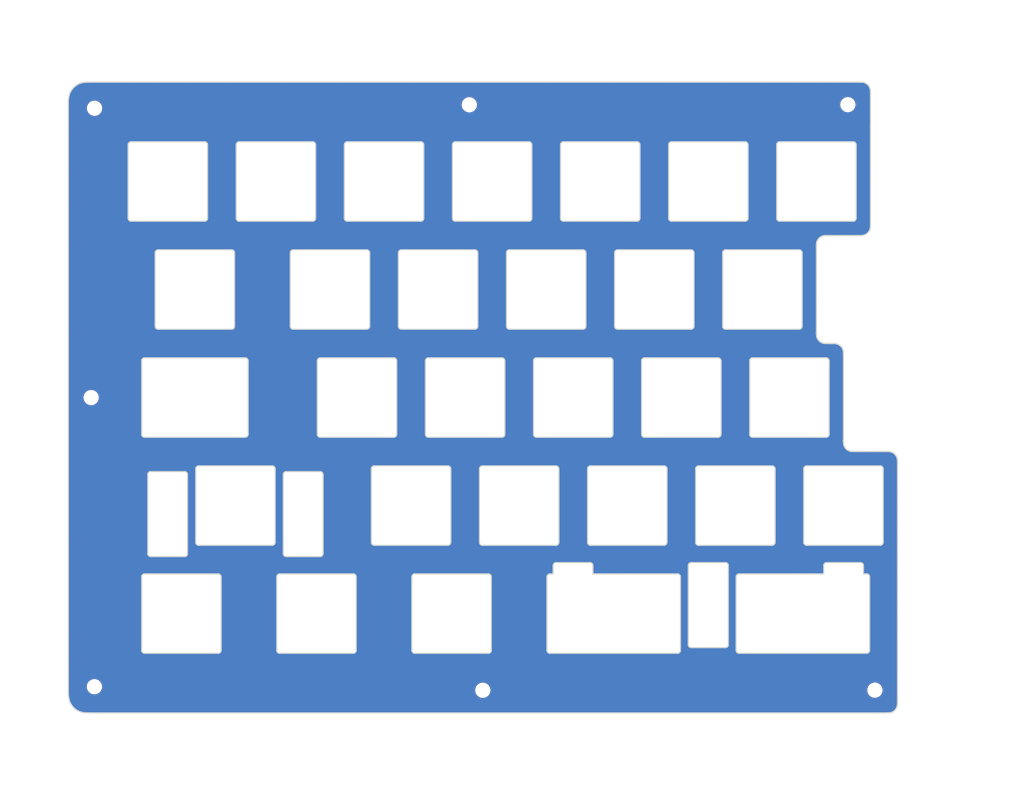
<source format=kicad_pcb>
(kicad_pcb (version 20221018) (generator pcbnew)
  (layers (0 "F.Cu" signal) (31 "B.Cu" signal) (34 "B.Paste" user) (35 "F.Paste" user) (36 "B.SilkS" user "B.Silkscreen") (37 "F.SilkS" user "F.Silkscreen") (38 "B.Mask" user) (39 "F.Mask" user) (44 "Edge.Cuts" user))
  (net 0 "")
  (footprint "Mounting_Holes:MountingHole_2.2mm_M2" (layer "F.Cu") (at 88.26 20.45)
    (fp_text reference "REF**" hide)
    (fp_text value "MountingHole_2.2mm_M2" hide)
    (pad "" np_thru_hole circle (at 0 0) (size 2.2 2.2) (drill 2.2) (layers "*.Cu" "*.Mask"))
  )
  (footprint "Mounting_Holes:MountingHole_2.2mm_M2" (layer "F.Cu") (at 22.21 21.06)
    (fp_text reference "REF**" hide)
    (fp_text value "MountingHole_2.2mm_M2" hide)
    (pad "" np_thru_hole circle (at 0 0) (size 2.2 2.2) (drill 2.2) (layers "*.Cu" "*.Mask"))
  )
  (footprint "Mounting_Holes:MountingHole_2.2mm_M2" (layer "F.Cu") (at 154.97 20.43)
    (fp_text reference "REF**" hide)
    (fp_text value "MountingHole_2.2mm_M2" hide)
    (pad "" np_thru_hole circle (at 0 0) (size 2.2 2.2) (drill 2.2) (layers "*.Cu" "*.Mask"))
  )
  (footprint "Mounting_Holes:MountingHole_2.2mm_M2" (layer "F.Cu") (at 159.74 123.68)
    (fp_text reference "REF**" hide)
    (fp_text value "MountingHole_2.2mm_M2" hide)
    (pad "" np_thru_hole circle (at 0 0) (size 2.2 2.2) (drill 2.2) (layers "*.Cu" "*.Mask"))
  )
  (footprint "Mounting_Holes:MountingHole_2.2mm_M2" (layer "F.Cu") (at 90.64 123.7)
    (fp_text reference "REF**" hide)
    (fp_text value "MountingHole_2.2mm_M2" hide)
    (pad "" np_thru_hole circle (at 0 0) (size 2.2 2.2) (drill 2.2) (layers "*.Cu" "*.Mask"))
  )
  (footprint "Mounting_Holes:MountingHole_2.2mm_M2" (layer "F.Cu") (at 22.19 123.07)
    (fp_text reference "REF**" hide)
    (fp_text value "MountingHole_2.2mm_M2" hide)
    (pad "" np_thru_hole circle (at 0 0) (size 2.2 2.2) (drill 2.2) (layers "*.Cu" "*.Mask"))
  )
  (footprint "Mounting_Holes:MountingHole_2.2mm_M2" (layer "F.Cu") (at 21.62 72.08)
    (fp_text reference "REF**" hide)
    (fp_text value "MountingHole_2.2mm_M2" hide)
    (pad "" np_thru_hole circle (at 0 0) (size 2.2 2.2) (drill 2.2) (layers "*.Cu" "*.Mask"))
  )
  (gr_line (start 133.242025 16.449993) (end 124.01989 16.449993) (stroke (width 0.2)) (layer "Edge.Cuts"))
  (gr_curve (pts (xy 142.144875 84.627853) (xy 142.144875 84.627853) (xy 142.144875 97.627853) (xy 142.144875 97.627853)) (stroke (width 0.2)) (layer "Edge.Cuts"))
  (gr_line (start 154.194993 78.938993) (end 154.194993 78.495649) (stroke (width 0.2)) (layer "Edge.Cuts"))
  (gr_line (start 99.793337 127.699986) (end 112.027793 127.699986) (stroke (width 0.2)) (layer "Edge.Cuts"))
  (gr_line (start 152.436564 62.55013) (end 152.365989 62.55) (stroke (width 0.2)) (layer "Edge.Cuts"))
  (gr_curve (pts (xy 148.788616 117.177863) (xy 148.788616 117.177863) (xy 145.313635 117.177863) (xy 145.313635 117.177863)) (stroke (width 0.2)) (layer "Edge.Cuts"))
  (gr_line (start 154.194993 73.65381) (end 154.194993 72.317579) (stroke (width 0.2)) (layer "Edge.Cuts"))
  (gr_line (start 149.432514 56.257218) (end 149.432514 55.011338) (stroke (width 0.2)) (layer "Edge.Cuts"))
  (gr_line (start 150.51394 43.591803) (end 150.635266 43.558258) (stroke (width 0.2)) (layer "Edge.Cuts"))
  (gr_line (start 163.719756 121.525239) (end 163.719756 119.477586) (stroke (width 0.2)) (layer "Edge.Cuts"))
  (gr_line (start 151.836718 62.55) (end 151.768453 62.55) (stroke (width 0.2)) (layer "Edge.Cuts"))
  (gr_curve (pts (xy 57.207376 46.027852) (xy 57.207376 46.027852) (xy 70.207375 46.027852) (xy 70.207375 46.027852)) (stroke (width 0.2)) (layer "Edge.Cuts"))
  (gr_line (start 154.194455 64.26907) (end 154.19196 64.178508) (stroke (width 0.2)) (layer "Edge.Cuts"))
  (gr_line (start 149.432514 45.317963) (end 149.432746 45.244826) (stroke (width 0.2)) (layer "Edge.Cuts"))
  (gr_curve (pts (xy 135.288622 116.67785) (xy 135.288622 116.67785) (xy 135.288622 103.677869) (xy 135.288622 103.677869)) (stroke (width 0.2)) (layer "Edge.Cuts"))
  (gr_curve (pts (xy 30.513626 103.677853) (xy 30.513626 103.40171) (xy 30.737484 103.177853) (xy 31.013626 103.177853)) (stroke (width 0.2)) (layer "Edge.Cuts"))
  (gr_line (start 157.681936 16.492499) (end 157.565039 16.473274) (stroke (width 0.2)) (layer "Edge.Cuts"))
  (gr_line (start 17.610087 19.822999) (end 17.60791 19.988494) (stroke (width 0.2)) (layer "Edge.Cuts"))
  (gr_line (start 149.432735 60.803921) (end 149.432514 60.731015) (stroke (width 0.2)) (layer "Edge.Cuts"))
  (gr_curve (pts (xy 101.951122 103.677869) (xy 101.951122 103.401723) (xy 102.174989 103.177856) (xy 102.451135 103.177856)) (stroke (width 0.2)) (layer "Edge.Cuts"))
  (gr_curve (pts (xy 85.282375 27.477852) (xy 85.282375 27.20171) (xy 85.506233 26.977852) (xy 85.782375 26.977852)) (stroke (width 0.2)) (layer "Edge.Cuts"))
  (gr_line (start 17.607766 37.56201) (end 17.607766 44.397201) (stroke (width 0.2)) (layer "Edge.Cuts"))
  (gr_curve (pts (xy 31.600626 99.627853) (xy 31.600626 99.627853) (xy 31.600626 85.627853) (xy 31.600626 85.627853)) (stroke (width 0.2)) (layer "Edge.Cuts"))
  (gr_line (start 157.719277 43.44983) (end 157.840224 43.419225) (stroke (width 0.2)) (layer "Edge.Cuts"))
  (gr_curve (pts (xy 142.432375 27.477852) (xy 142.432375 27.20171) (xy 142.656233 26.977852) (xy 142.932375 26.977852)) (stroke (width 0.2)) (layer "Edge.Cuts"))
  (gr_line (start 151.904107 62.55) (end 151.836718 62.55) (stroke (width 0.2)) (layer "Edge.Cuts"))
  (gr_line (start 163.719756 124.181795) (end 163.719756 123.068655) (stroke (width 0.2)) (layer "Edge.Cuts"))
  (gr_line (start 158.957751 23.945144) (end 158.957751 23.681706) (stroke (width 0.2)) (layer "Edge.Cuts"))
  (gr_line (start 149.448297 61.095622) (end 149.439094 60.988474) (stroke (width 0.2)) (layer "Edge.Cuts"))
  (gr_line (start 101.814021 16.449993) (end 89.757111 16.449993) (stroke (width 0.2)) (layer "Edge.Cuts"))
  (gr_line (start 22.815222 127.699986) (end 24.497398 127.699986) (stroke (width 0.2)) (layer "Edge.Cuts"))
  (gr_curve (pts (xy 94.807375 59.527852) (xy 94.807375 59.527852) (xy 94.807375 46.527852) (xy 94.807375 46.527852)) (stroke (width 0.2)) (layer "Edge.Cuts"))
  (gr_line (start 163.719756 110.262942) (end 163.719756 106.564954) (stroke (width 0.2)) (layer "Edge.Cuts"))
  (gr_curve (pts (xy 124.976116 117.177863) (xy 124.976116 117.177863) (xy 115.451116 117.177863) (xy 115.451116 117.177863)) (stroke (width 0.2)) (layer "Edge.Cuts"))
  (gr_line (start 158.957751 22.919841) (end 158.957751 22.440697) (stroke (width 0.2)) (layer "Edge.Cuts"))
  (gr_curve (pts (xy 125.476129 103.677869) (xy 125.476129 103.677869) (xy 125.476129 116.67785) (xy 125.476129 116.67785)) (stroke (width 0.2)) (layer "Edge.Cuts"))
  (gr_line (start 161.822814 127.699986) (end 161.911171 127.699985) (stroke (width 0.2)) (layer "Edge.Cuts"))
  (gr_line (start 151.471796 62.55) (end 151.444387 62.55) (stroke (width 0.2)) (layer "Edge.Cuts"))
  (gr_line (start 158.957751 18.349687) (end 158.957751 18.292516) (stroke (width 0.2)) (layer "Edge.Cuts"))
  (gr_line (start 155.338183 16.449993) (end 153.456836 16.449993) (stroke (width 0.2)) (layer "Edge.Cuts"))
  (gr_line (start 152.174258 62.55) (end 152.146226 62.55) (stroke (width 0.2)) (layer "Edge.Cuts"))
  (gr_curve (pts (xy 95.307375 46.027852) (xy 95.307375 46.027852) (xy 108.307375 46.027852) (xy 108.307375 46.027852)) (stroke (width 0.2)) (layer "Edge.Cuts"))
  (gr_curve (pts (xy 110.038118 103.177856) (xy 110.038118 103.177856) (xy 111.976135 103.177856) (xy 111.976135 103.177856)) (stroke (width 0.2)) (layer "Edge.Cuts"))
  (gr_curve (pts (xy 99.569875 65.577852) (xy 99.569875 65.30171) (xy 99.793733 65.077852) (xy 100.069875 65.077852)) (stroke (width 0.2)) (layer "Edge.Cuts"))
  (gr_curve (pts (xy 48.776139 65.077849) (xy 48.776139 65.077849) (xy 44.013639 65.077849) (xy 44.013639 65.077849)) (stroke (width 0.2)) (layer "Edge.Cuts"))
  (gr_line (start 77.682099 16.449993) (end 66.052396 16.449993) (stroke (width 0.2)) (layer "Edge.Cuts"))
  (gr_curve (pts (xy 28.632376 40.977852) (xy 28.356234 40.977852) (xy 28.132376 40.753995) (xy 28.132376 40.477852)) (stroke (width 0.2)) (layer "Edge.Cuts"))
  (gr_line (start 17.607766 96.756482) (end 17.607766 104.074983) (stroke (width 0.2)) (layer "Edge.Cuts"))
  (gr_line (start 158.957751 18.578767) (end 158.957751 18.48065) (stroke (width 0.2)) (layer "Edge.Cuts"))
  (gr_line (start 163.719756 125.413095) (end 163.719756 124.938621) (stroke (width 0.2)) (layer "Edge.Cuts"))
  (gr_curve (pts (xy 103.038136 101.677862) (xy 103.038136 101.401716) (xy 103.261981 101.177849) (xy 103.538127 101.177849)) (stroke (width 0.2)) (layer "Edge.Cuts"))
  (gr_line (start 148.641636 127.699986) (end 153.55328 127.699986) (stroke (width 0.2)) (layer "Edge.Cuts"))
  (gr_line (start 158.957751 24.277183) (end 158.957751 24.140212) (stroke (width 0.2)) (layer "Edge.Cuts"))
  (gr_curve (pts (xy 127.357375 60.027852) (xy 127.357375 60.027852) (xy 114.357375 60.027852) (xy 114.357375 60.027852)) (stroke (width 0.2)) (layer "Edge.Cuts"))
  (gr_curve (pts (xy 75.757375 59.527852) (xy 75.757375 59.527852) (xy 75.757375 46.527852) (xy 75.757375 46.527852)) (stroke (width 0.2)) (layer "Edge.Cuts"))
  (gr_line (start 19.937674 16.585317) (end 19.694651 16.658889) (stroke (width 0.2)) (layer "Edge.Cuts"))
  (gr_line (start 21.562991 16.449993) (end 21.318267 16.449993) (stroke (width 0.2)) (layer "Edge.Cuts"))
  (gr_line (start 157.350555 16.453985) (end 157.257465 16.450856) (stroke (width 0.2)) (layer "Edge.Cuts"))
  (gr_line (start 158.957751 24.442223) (end 158.957751 24.417917) (stroke (width 0.2)) (layer "Edge.Cuts"))
  (gr_curve (pts (xy 92.138625 116.677853) (xy 92.138625 116.953995) (xy 91.914768 117.177853) (xy 91.638625 117.177853)) (stroke (width 0.2)) (layer "Edge.Cuts"))
  (gr_line (start 66.052396 16.449993) (end 55.331414 16.449993) (stroke (width 0.2)) (layer "Edge.Cuts"))
  (gr_line (start 158.894909 42.316126) (end 158.920451 42.196396) (stroke (width 0.2)) (layer "Edge.Cuts"))
  (gr_line (start 163.688416 126.361498) (end 163.703785 126.247343) (stroke (width 0.2)) (layer "Edge.Cuts"))
  (gr_line (start 154.398897 80.778569) (end 154.340086 80.660359) (stroke (width 0.2)) (layer "Edge.Cuts"))
  (gr_line (start 158.948854 41.971079) (end 158.95478 41.86999) (stroke (width 0.2)) (layer "Edge.Cuts"))
  (gr_line (start 158.957751 18.901084) (end 158.957751 18.714857) (stroke (width 0.2)) (layer "Edge.Cuts"))
  (gr_curve (pts (xy 80.519875 65.577852) (xy 80.519875 65.30171) (xy 80.743733 65.077852) (xy 81.019875 65.077852)) (stroke (width 0.2)) (layer "Edge.Cuts"))
  (gr_curve (pts (xy 137.669875 78.577853) (xy 137.669875 78.577853) (xy 137.669875 65.577852) (xy 137.669875 65.577852)) (stroke (width 0.2)) (layer "Edge.Cuts"))
  (gr_curve (pts (xy 38.600626 99.627853) (xy 38.600626 99.903995) (xy 38.376769 100.127853) (xy 38.100626 100.127853)) (stroke (width 0.2)) (layer "Edge.Cuts"))
  (gr_line (start 149.432514 60.009465) (end 149.432514 59.604481) (stroke (width 0.2)) (layer "Edge.Cuts"))
  (gr_curve (pts (xy 31.013636 65.077849) (xy 30.73749 65.077849) (xy 30.513623 65.301716) (xy 30.513623 65.577862)) (stroke (width 0.2)) (layer "Edge.Cuts"))
  (gr_line (start 149.432514 58.3126) (end 149.432514 57.374681) (stroke (width 0.2)) (layer "Edge.Cuts"))
  (gr_line (start 17.63274 19.424016) (end 17.617342 19.633341) (stroke (width 0.2)) (layer "Edge.Cuts"))
  (gr_line (start 154.293615 80.539472) (end 154.258306 80.418017) (stroke (width 0.2)) (layer "Edge.Cuts"))
  (gr_line (start 149.432514 45.380688) (end 149.432514 45.317963) (stroke (width 0.2)) (layer "Edge.Cuts"))
  (gr_curve (pts (xy 108.307375 60.027852) (xy 108.307375 60.027852) (xy 95.307375 60.027852) (xy 95.307375 60.027852)) (stroke (width 0.2)) (layer "Edge.Cuts"))
  (gr_line (start 163.703973 83.054378) (end 163.68871 82.940313) (stroke (width 0.2)) (layer "Edge.Cuts"))
  (gr_line (start 154.194993 70.972089) (end 154.194993 69.668868) (stroke (width 0.2)) (layer "Edge.Cuts"))
  (gr_line (start 150.976214 62.542204) (end 150.867717 62.532068) (stroke (width 0.2)) (layer "Edge.Cuts"))
  (gr_line (start 151.968007 62.55) (end 151.904107 62.55) (stroke (width 0.2)) (layer "Edge.Cuts"))
  (gr_line (start 150.159088 43.761538) (end 150.274006 43.692929) (stroke (width 0.2)) (layer "Edge.Cuts"))
  (gr_line (start 149.682593 61.805774) (end 149.615771 61.690173) (stroke (width 0.2)) (layer "Edge.Cuts"))
  (gr_line (start 149.46356 61.209688) (end 149.448297 61.095622) (stroke (width 0.2)) (layer "Edge.Cuts"))
  (gr_curve (pts (xy 54.326126 103.677853) (xy 54.326126 103.40171) (xy 54.549984 103.177853) (xy 54.826126 103.177853)) (stroke (width 0.2)) (layer "Edge.Cuts"))
  (gr_curve (pts (xy 104.832375 26.977852) (xy 104.832375 26.977852) (xy 117.832375 26.977852) (xy 117.832375 26.977852)) (stroke (width 0.2)) (layer "Edge.Cuts"))
  (gr_curve (pts (xy 40.038626 97.627853) (xy 40.038626 97.627853) (xy 40.038626 84.627853) (xy 40.038626 84.627853)) (stroke (width 0.2)) (layer "Edge.Cuts"))
  (gr_line (start 151.302328 43.5) (end 151.357861 43.5) (stroke (width 0.2)) (layer "Edge.Cuts"))
  (gr_line (start 154.739701 81.198901) (end 154.641015 81.104044) (stroke (width 0.2)) (layer "Edge.Cuts"))
  (gr_curve (pts (xy 30.513623 65.577862) (xy 30.513623 65.577862) (xy 30.513623 78.577843) (xy 30.513623 78.577843)) (stroke (width 0.2)) (layer "Edge.Cuts"))
  (gr_line (start 161.98636 127.699637) (end 162.07486 127.697588) (stroke (width 0.2)) (layer "Edge.Cuts"))
  (gr_line (start 152.114175 62.55) (end 152.074908 62.55) (stroke (width 0.2)) (layer "Edge.Cuts"))
  (gr_line (start 154.194993 67.395347) (end 154.194993 66.524634) (stroke (width 0.2)) (layer "Edge.Cuts"))
  (gr_line (start 18.01355 126.053485) (end 18.154285 126.281898) (stroke (width 0.2)) (layer "Edge.Cuts"))
  (gr_line (start 20.759588 127.688618) (end 20.952616 127.696943) (stroke (width 0.2)) (layer "Edge.Cuts"))
  (gr_line (start 154.369273 43.5) (end 154.857348 43.5) (stroke (width 0.2)) (layer "Edge.Cuts"))
  (gr_line (start 151.639733 62.55) (end 151.5845 62.55) (stroke (width 0.2)) (layer "Edge.Cuts"))
  (gr_line (start 158.946047 17.945484) (end 158.933237 17.833748) (stroke (width 0.2)) (layer "Edge.Cuts"))
  (gr_curve (pts (xy 81.019875 65.077852) (xy 81.019875 65.077852) (xy 94.019875 65.077852) (xy 94.019875 65.077852)) (stroke (width 0.2)) (layer "Edge.Cuts"))
  (gr_line (start 21.878035 127.699986) (end 22.815222 127.699986) (stroke (width 0.2)) (layer "Edge.Cuts"))
  (gr_line (start 149.944009 62.118686) (end 149.847887 62.021205) (stroke (width 0.2)) (layer "Edge.Cuts"))
  (gr_line (start 153.544568 62.865018) (end 153.432994 62.788887) (stroke (width 0.2)) (layer "Edge.Cuts"))
  (gr_curve (pts (xy 32.894876 46.527852) (xy 32.894876 46.25171) (xy 33.118734 46.027852) (xy 33.394876 46.027852)) (stroke (width 0.2)) (layer "Edge.Cuts"))
  (gr_line (start 17.607766 21.471798) (end 17.607766 22.823594) (stroke (width 0.2)) (layer "Edge.Cuts"))
  (gr_line (start 163.633874 82.700429) (end 163.591235 82.579107) (stroke (width 0.2)) (layer "Edge.Cuts"))
  (gr_curve (pts (xy 89.257375 60.027852) (xy 89.257375 60.027852) (xy 76.257375 60.027852) (xy 76.257375 60.027852)) (stroke (width 0.2)) (layer "Edge.Cuts"))
  (gr_curve (pts (xy 61.969876 65.077852) (xy 61.969876 65.077852) (xy 74.969875 65.077852) (xy 74.969875 65.077852)) (stroke (width 0.2)) (layer "Edge.Cuts"))
  (gr_line (start 150.635266 43.558258) (end 150.754525 43.534077) (stroke (width 0.2)) (layer "Edge.Cuts"))
  (gr_line (start 133.644647 127.699986) (end 142.079998 127.699986) (stroke (width 0.2)) (layer "Edge.Cuts"))
  (gr_line (start 161.534904 127.699986) (end 161.822814 127.699986) (stroke (width 0.2)) (layer "Edge.Cuts"))
  (gr_line (start 158.796492 17.354186) (end 158.734076 17.237063) (stroke (width 0.2)) (layer "Edge.Cuts"))
  (gr_line (start 152.146226 62.55) (end 152.114175 62.55) (stroke (width 0.2)) (layer "Edge.Cuts"))
  (gr_curve (pts (xy 113.069875 65.077852) (xy 113.346018 65.077852) (xy 113.569875 65.30171) (xy 113.569875 65.577852)) (stroke (width 0.2)) (layer "Edge.Cuts"))
  (gr_line (start 20.321139 127.643035) (end 20.547596 127.671671) (stroke (width 0.2)) (layer "Edge.Cuts"))
  (gr_curve (pts (xy 99.282375 27.477852) (xy 99.282375 27.477852) (xy 99.282375 40.477852) (xy 99.282375 40.477852)) (stroke (width 0.2)) (layer "Edge.Cuts"))
  (gr_line (start 154.194993 68.459445) (end 154.194993 67.395347) (stroke (width 0.2)) (layer "Edge.Cuts"))
  (gr_line (start 150.392795 43.636246) (end 150.51394 43.591803) (stroke (width 0.2)) (layer "Edge.Cuts"))
  (gr_line (start 17.607766 104.074983) (end 17.607766 110.070228) (stroke (width 0.2)) (layer "Edge.Cuts"))
  (gr_line (start 149.615771 61.690173) (end 149.561035 61.570893) (stroke (width 0.2)) (layer "Edge.Cuts"))
  (gr_curve (pts (xy 147.694875 98.127853) (xy 147.418733 98.127853) (xy 147.194875 97.903995) (xy 147.194875 97.627853)) (stroke (width 0.2)) (layer "Edge.Cuts"))
  (gr_curve (pts (xy 99.569875 78.577853) (xy 99.569875 78.577853) (xy 99.569875 65.577852) (xy 99.569875 65.577852)) (stroke (width 0.2)) (layer "Edge.Cuts"))
  (gr_curve (pts (xy 81.019875 79.077853) (xy 80.743733 79.077853) (xy 80.519875 78.853995) (xy 80.519875 78.577853)) (stroke (width 0.2)) (layer "Edge.Cuts"))
  (gr_line (start 162.761354 81.737035) (end 162.64023 81.692409) (stroke (width 0.2)) (layer "Edge.Cuts"))
  (gr_line (start 154.204018 80.072731) (end 154.198026 79.971493) (stroke (width 0.2)) (layer "Edge.Cuts"))
  (gr_curve (pts (xy 161.194875 97.627853) (xy 161.194875 97.903995) (xy 160.971018 98.127853) (xy 160.694875 98.127853)) (stroke (width 0.2)) (layer "Edge.Cuts"))
  (gr_line (start 150.157329 62.287302) (end 150.047548 62.207776) (stroke (width 0.2)) (layer "Edge.Cuts"))
  (gr_line (start 157.065111 81.6) (end 156.783626 81.6) (stroke (width 0.2)) (layer "Edge.Cuts"))
  (gr_curve (pts (xy 61.469876 65.577852) (xy 61.469876 65.30171) (xy 61.693734 65.077852) (xy 61.969876 65.077852)) (stroke (width 0.2)) (layer "Edge.Cuts"))
  (gr_curve (pts (xy 89.257375 46.027852) (xy 89.533518 46.027852) (xy 89.757375 46.25171) (xy 89.757375 46.527852)) (stroke (width 0.2)) (layer "Edge.Cuts"))
  (gr_curve (pts (xy 100.069875 79.077853) (xy 99.793733 79.077853) (xy 99.569875 78.853995) (xy 99.569875 78.577853)) (stroke (width 0.2)) (layer "Edge.Cuts"))
  (gr_line (start 162.399581 81.634391) (end 162.284553 81.617932) (stroke (width 0.2)) (layer "Edge.Cuts"))
  (gr_line (start 155.319855 43.5) (end 155.737877 43.5) (stroke (width 0.2)) (layer "Edge.Cuts"))
  (gr_line (start 151.416752 62.55) (end 151.385696 62.55) (stroke (width 0.2)) (layer "Edge.Cuts"))
  (gr_curve (pts (xy 135.288622 103.677869) (xy 135.288622 103.401723) (xy 135.512489 103.177856) (xy 135.788635 103.177856)) (stroke (width 0.2)) (layer "Edge.Cuts"))
  (gr_line (start 157.176809 16.450025) (end 157.105921 16.449993) (stroke (width 0.2)) (layer "Edge.Cuts"))
  (gr_curve (pts (xy 95.307375 60.027852) (xy 95.031233 60.027852) (xy 94.807375 59.803995) (xy 94.807375 59.527852)) (stroke (width 0.2)) (layer "Edge.Cuts"))
  (gr_line (start 156.138318 81.6) (end 156.082239 81.6) (stroke (width 0.2)) (layer "Edge.Cuts"))
  (gr_line (start 157.015342 43.5) (end 157.071368 43.5) (stroke (width 0.2)) (layer "Edge.Cuts"))
  (gr_line (start 17.607766 123.209896) (end 17.607766 123.729573) (stroke (width 0.2)) (layer "Edge.Cuts"))
  (gr_line (start 158.957751 26.376662) (end 158.957751 25.69191) (stroke (width 0.2)) (layer "Edge.Cuts"))
  (gr_curve (pts (xy 80.232375 40.477852) (xy 80.232375 40.753995) (xy 80.008518 40.977852) (xy 79.732375 40.977852)) (stroke (width 0.2)) (layer "Edge.Cuts"))
  (gr_line (start 163.103052 127.359081) (end 163.206697 127.270131) (stroke (width 0.2)) (layer "Edge.Cuts"))
  (gr_line (start 161.912232 81.600001) (end 161.850825 81.6) (stroke (width 0.2)) (layer "Edge.Cuts"))
  (gr_line (start 25.279203 16.449993) (end 23.307971 16.449993) (stroke (width 0.2)) (layer "Edge.Cuts"))
  (gr_line (start 149.439094 60.988474) (end 149.434418 60.89049) (stroke (width 0.2)) (layer "Edge.Cuts"))
  (gr_line (start 156.082239 81.6) (end 156.024007 81.6) (stroke (width 0.2)) (layer "Edge.Cuts"))
  (gr_line (start 158.957751 40.01561) (end 158.957751 39.249327) (stroke (width 0.2)) (layer "Edge.Cuts"))
  (gr_curve (pts (xy 28.132376 40.477852) (xy 28.132376 40.477852) (xy 28.132376 27.477852) (xy 28.132376 27.477852)) (stroke (width 0.2)) (layer "Edge.Cuts"))
  (gr_line (start 17.896312 125.816956) (end 18.01355 126.053485) (stroke (width 0.2)) (layer "Edge.Cuts"))
  (gr_line (start 158.957233 41.779612) (end 158.957746 41.702195) (stroke (width 0.2)) (layer "Edge.Cuts"))
  (gr_curve (pts (xy 127.414124 116.177852) (xy 127.414124 116.177852) (xy 133.350627 116.177852) (xy 133.350627 116.177852)) (stroke (width 0.2)) (layer "Edge.Cuts"))
  (gr_line (start 161.987646 81.600364) (end 161.912232 81.600001) (stroke (width 0.2)) (layer "Edge.Cuts"))
  (gr_line (start 154.194993 69.668868) (end 154.194993 68.459445) (stroke (width 0.2)) (layer "Edge.Cuts"))
  (gr_curve (pts (xy 127.357375 46.027852) (xy 127.633518 46.027852) (xy 127.857375 46.25171) (xy 127.857375 46.527852)) (stroke (width 0.2)) (layer "Edge.Cuts"))
  (gr_line (start 152.206966 43.5) (end 152.53964 43.5) (stroke (width 0.2)) (layer "Edge.Cuts"))
  (gr_curve (pts (xy 128.644875 98.127853) (xy 128.368733 98.127853) (xy 128.144875 97.903995) (xy 128.144875 97.627853)) (stroke (width 0.2)) (layer "Edge.Cuts"))
  (gr_line (start 163.633294 126.601458) (end 163.66543 126.480286) (stroke (width 0.2)) (layer "Edge.Cuts"))
  (gr_line (start 17.607766 20.692054) (end 17.607766 21.471798) (stroke (width 0.2)) (layer "Edge.Cuts"))
  (gr_line (start 160.949965 81.6) (end 160.618494 81.6) (stroke (width 0.2)) (layer "Edge.Cuts"))
  (gr_line (start 158.790976 81.6) (end 158.302694 81.6) (stroke (width 0.2)) (layer "Edge.Cuts"))
  (gr_curve (pts (xy 128.144875 97.627853) (xy 128.144875 97.627853) (xy 128.144875 84.627853) (xy 128.144875 84.627853)) (stroke (width 0.2)) (layer "Edge.Cuts"))
  (gr_line (start 149.761652 44.131806) (end 149.849326 44.027214) (stroke (width 0.2)) (layer "Edge.Cuts"))
  (gr_line (start 158.081344 43.325196) (end 158.197535 43.260007) (stroke (width 0.2)) (layer "Edge.Cuts"))
  (gr_line (start 149.486415 61.328421) (end 149.46356 61.209688) (stroke (width 0.2)) (layer "Edge.Cuts"))
  (gr_line (start 142.079998 127.699986) (end 148.641636 127.699986) (stroke (width 0.2)) (layer "Edge.Cuts"))
  (gr_curve (pts (xy 137.382375 40.477852) (xy 137.382375 40.753995) (xy 137.158518 40.977852) (xy 136.882375 40.977852)) (stroke (width 0.2)) (layer "Edge.Cuts"))
  (gr_line (start 156.783626 81.6) (end 156.56808 81.6) (stroke (width 0.2)) (layer "Edge.Cuts"))
  (gr_line (start 152.201466 62.55) (end 152.174258 62.55) (stroke (width 0.2)) (layer "Edge.Cuts"))
  (gr_line (start 154.340086 80.660359) (end 154.293615 80.539472) (stroke (width 0.2)) (layer "Edge.Cuts"))
  (gr_line (start 21.318267 16.449993) (end 21.181074 16.450032) (stroke (width 0.2)) (layer "Edge.Cuts"))
  (gr_line (start 17.607766 24.927978) (end 17.607766 27.965485) (stroke (width 0.2)) (layer "Edge.Cuts"))
  (gr_line (start 154.185967 64.077269) (end 154.174945 63.967603) (stroke (width 0.2)) (layer "Edge.Cuts"))
  (gr_line (start 156.289412 81.6) (end 156.203593 81.6) (stroke (width 0.2)) (layer "Edge.Cuts"))
  (gr_curve (pts (xy 111.976135 117.177863) (xy 111.976135 117.177863) (xy 102.451135 117.177863) (xy 102.451135 117.177863)) (stroke (width 0.2)) (layer "Edge.Cuts"))
  (gr_curve (pts (xy 84.994875 84.627853) (xy 84.994875 84.627853) (xy 84.994875 97.627853) (xy 84.994875 97.627853)) (stroke (width 0.2)) (layer "Edge.Cuts"))
  (gr_line (start 161.656458 81.6) (end 161.550461 81.6) (stroke (width 0.2)) (layer "Edge.Cuts"))
  (gr_curve (pts (xy 104.332375 40.477852) (xy 104.332375 40.477852) (xy 104.332375 27.477852) (xy 104.332375 27.477852)) (stroke (width 0.2)) (layer "Edge.Cuts"))
  (gr_line (start 20.411033 16.494172) (end 20.177967 16.531433) (stroke (width 0.2)) (layer "Edge.Cuts"))
  (gr_line (start 18.065857 18.006175) (end 17.939162 18.239813) (stroke (width 0.2)) (layer "Edge.Cuts"))
  (gr_line (start 151.164624 62.549637) (end 151.075933 62.547549) (stroke (width 0.2)) (layer "Edge.Cuts"))
  (gr_curve (pts (xy 35.776136 65.077849) (xy 35.776136 65.077849) (xy 31.013636 65.077849) (xy 31.013636 65.077849)) (stroke (width 0.2)) (layer "Edge.Cuts"))
  (gr_curve (pts (xy 108.307375 46.027852) (xy 108.583518 46.027852) (xy 108.807375 46.25171) (xy 108.807375 46.527852)) (stroke (width 0.2)) (layer "Edge.Cuts"))
  (gr_line (start 154.215041 80.182397) (end 154.204018 80.072731) (stroke (width 0.2)) (layer "Edge.Cuts"))
  (gr_curve (pts (xy 115.451116 117.177863) (xy 115.451116 117.177863) (xy 111.976135 117.177863) (xy 111.976135 117.177863)) (stroke (width 0.2)) (layer "Edge.Cuts"))
  (gr_curve (pts (xy 114.357375 60.027852) (xy 114.081233 60.027852) (xy 113.857375 59.803995) (xy 113.857375 59.527852)) (stroke (width 0.2)) (layer "Edge.Cuts"))
  (gr_line (start 74.870942 127.699986) (end 87.247814 127.699986) (stroke (width 0.2)) (layer "Edge.Cuts"))
  (gr_curve (pts (xy 142.144875 97.627853) (xy 142.144875 97.903995) (xy 141.921018 98.127853) (xy 141.644875 98.127853)) (stroke (width 0.2)) (layer "Edge.Cuts"))
  (gr_line (start 150.390916 62.412966) (end 150.272177 62.356089) (stroke (width 0.2)) (layer "Edge.Cuts"))
  (gr_line (start 151.5845 62.55) (end 151.538723 62.55) (stroke (width 0.2)) (layer "Edge.Cuts"))
  (gr_curve (pts (xy 54.038626 97.627853) (xy 54.038626 97.903995) (xy 53.814769 98.127853) (xy 53.538626 98.127853)) (stroke (width 0.2)) (layer "Edge.Cuts"))
  (gr_line (start 163.719756 123.068655) (end 163.719756 121.525239) (stroke (width 0.2)) (layer "Edge.Cuts"))
  (gr_line (start 156.929129 16.449993) (end 156.417748 16.449993) (stroke (width 0.2)) (layer "Edge.Cuts"))
  (gr_curve (pts (xy 123.094875 84.627853) (xy 123.094875 84.627853) (xy 123.094875 97.627853) (xy 123.094875 97.627853)) (stroke (width 0.2)) (layer "Edge.Cuts"))
  (gr_curve (pts (xy 142.932375 26.977852) (xy 142.932375 26.977852) (xy 155.932375 26.977852) (xy 155.932375 26.977852)) (stroke (width 0.2)) (layer "Edge.Cuts"))
  (gr_line (start 17.607766 118.156495) (end 17.607766 120.603893) (stroke (width 0.2)) (layer "Edge.Cuts"))
  (gr_line (start 154.194993 79.740575) (end 154.194993 79.692289) (stroke (width 0.2)) (layer "Edge.Cuts"))
  (gr_curve (pts (xy 127.350627 116.177852) (xy 127.350627 116.177852) (xy 127.414124 116.177852) (xy 127.414124 116.177852)) (stroke (width 0.2)) (layer "Edge.Cuts"))
  (gr_line (start 153.874547 43.5) (end 154.369273 43.5) (stroke (width 0.2)) (layer "Edge.Cuts"))
  (gr_curve (pts (xy 150.726633 101.677862) (xy 150.726633 101.401716) (xy 150.950478 101.177849) (xy 151.226624 101.177849)) (stroke (width 0.2)) (layer "Edge.Cuts"))
  (gr_curve (pts (xy 31.013636 79.077856) (xy 31.013636 79.077856) (xy 35.776136 79.077856) (xy 35.776136 79.077856)) (stroke (width 0.2)) (layer "Edge.Cuts"))
  (gr_line (start 17.758453 18.723022) (end 17.70023 18.964358) (stroke (width 0.2)) (layer "Edge.Cuts"))
  (gr_line (start 152.266197 62.55) (end 152.231047 62.55) (stroke (width 0.2)) (layer "Edge.Cuts"))
  (gr_line (start 158.957751 23.339763) (end 158.957751 22.919841) (stroke (width 0.2)) (layer "Edge.Cuts"))
  (gr_line (start 154.194993 79.600083) (end 154.194993 79.599801) (stroke (width 0.2)) (layer "Edge.Cuts"))
  (gr_line (start 153.991088 63.371432) (end 153.920547 63.257298) (stroke (width 0.2)) (layer "Edge.Cuts"))
  (gr_line (start 154.194993 79.605803) (end 154.194993 79.601392) (stroke (width 0.2)) (layer "Edge.Cuts"))
  (gr_line (start 161.734285 81.6) (end 161.656458 81.6) (stroke (width 0.2)) (layer "Edge.Cuts"))
  (gr_line (start 154.857348 43.5) (end 155.319855 43.5) (stroke (width 0.2)) (layer "Edge.Cuts"))
  (gr_line (start 152.954644 62.599767) (end 152.836492 62.578199) (stroke (width 0.2)) (layer "Edge.Cuts"))
  (gr_line (start 154.194993 79.615208) (end 154.194993 79.605803) (stroke (width 0.2)) (layer "Edge.Cuts"))
  (gr_curve (pts (xy 104.044875 84.627853) (xy 104.044875 84.627853) (xy 104.044875 97.627853) (xy 104.044875 97.627853)) (stroke (width 0.2)) (layer "Edge.Cuts"))
  (gr_line (start 152.02581 62.55) (end 151.968007 62.55) (stroke (width 0.2)) (layer "Edge.Cuts"))
  (gr_line (start 161.208563 81.6) (end 160.949965 81.6) (stroke (width 0.2)) (layer "Edge.Cuts"))
  (gr_line (start 158.957751 21.386918) (end 158.957751 20.853368) (stroke (width 0.2)) (layer "Edge.Cuts"))
  (gr_line (start 162.759475 127.563741) (end 162.878264 127.507057) (stroke (width 0.2)) (layer "Edge.Cuts"))
  (gr_curve (pts (xy 113.569875 65.577852) (xy 113.569875 65.577852) (xy 113.569875 78.577853) (xy 113.569875 78.577853)) (stroke (width 0.2)) (layer "Edge.Cuts"))
  (gr_line (start 158.302694 81.6) (end 157.839682 81.6) (stroke (width 0.2)) (layer "Edge.Cuts"))
  (gr_line (start 17.73345 125.332238) (end 17.803744 125.57513) (stroke (width 0.2)) (layer "Edge.Cuts"))
  (gr_line (start 149.432514 48.659153) (end 149.432514 47.724391) (stroke (width 0.2)) (layer "Edge.Cuts"))
  (gr_line (start 149.432514 60.668304) (end 149.432514 60.592449) (stroke (width 0.2)) (layer "Edge.Cuts"))
  (gr_line (start 149.945573 43.929855) (end 150.049218 43.840905) (stroke (width 0.2)) (layer "Edge.Cuts"))
  (gr_curve (pts (xy 101.951122 116.67785) (xy 101.951122 116.67785) (xy 101.951122 103.677869) (xy 101.951122 103.677869)) (stroke (width 0.2)) (layer "Edge.Cuts"))
  (gr_line (start 17.607766 88.446503) (end 17.607766 96.756482) (stroke (width 0.2)) (layer "Edge.Cuts"))
  (gr_line (start 20.084714 127.599645) (end 20.321139 127.643035) (stroke (width 0.2)) (layer "Edge.Cuts"))
  (gr_curve (pts (xy 109.594875 84.127853) (xy 109.594875 84.127853) (xy 122.594875 84.127853) (xy 122.594875 84.127853)) (stroke (width 0.2)) (layer "Edge.Cuts"))
  (gr_line (start 149.432514 60.731015) (end 149.432514 60.668304) (stroke (width 0.2)) (layer "Edge.Cuts"))
  (gr_curve (pts (xy 109.594875 98.127853) (xy 109.318733 98.127853) (xy 109.094875 97.903995) (xy 109.094875 97.627853)) (stroke (width 0.2)) (layer "Edge.Cuts"))
  (gr_line (start 28.296913 16.449993) (end 25.279203 16.449993) (stroke (width 0.2)) (layer "Edge.Cuts"))
  (gr_line (start 158.414642 43.097483) (end 158.513208 43.002498) (stroke (width 0.2)) (layer "Edge.Cuts"))
  (gr_curve (pts (xy 146.907375 46.527852) (xy 146.907375 46.527852) (xy 146.907375 59.527852) (xy 146.907375 59.527852)) (stroke (width 0.2)) (layer "Edge.Cuts"))
  (gr_line (start 162.64023 81.692409) (end 162.518889 81.658706) (stroke (width 0.2)) (layer "Edge.Cuts"))
  (gr_line (start 158.957751 31.163123) (end 158.957751 29.719725) (stroke (width 0.2)) (layer "Edge.Cuts"))
  (gr_curve (pts (xy 61.182376 40.477852) (xy 61.182376 40.753995) (xy 60.958519 40.977852) (xy 60.682376 40.977852)) (stroke (width 0.2)) (layer "Edge.Cuts"))
  (gr_curve (pts (xy 66.732375 26.977852) (xy 66.732375 26.977852) (xy 79.732375 26.977852) (xy 79.732375 26.977852)) (stroke (width 0.2)) (layer "Edge.Cuts"))
  (gr_curve (pts (xy 157.726615 103.177856) (xy 157.726615 103.177856) (xy 158.313616 103.177856) (xy 158.313616 103.177856)) (stroke (width 0.2)) (layer "Edge.Cuts"))
  (gr_curve (pts (xy 70.207375 46.027852) (xy 70.483518 46.027852) (xy 70.707375 46.25171) (xy 70.707375 46.527852)) (stroke (width 0.2)) (layer "Edge.Cuts"))
  (gr_line (start 156.56808 81.6) (end 156.407125 81.6) (stroke (width 0.2)) (layer "Edge.Cuts"))
  (gr_line (start 149.518396 61.449572) (end 149.486415 61.328421) (stroke (width 0.2)) (layer "Edge.Cuts"))
  (gr_line (start 158.957751 39.249327) (end 158.957751 38.259261) (stroke (width 0.2)) (layer "Edge.Cuts"))
  (gr_line (start 158.957751 24.8487) (end 158.957751 24.631867) (stroke (width 0.2)) (layer "Edge.Cuts"))
  (gr_line (start 154.194993 76.092382) (end 154.194993 74.929254) (stroke (width 0.2)) (layer "Edge.Cuts"))
  (gr_curve (pts (xy 132.619875 78.577853) (xy 132.619875 78.853995) (xy 132.396018 79.077853) (xy 132.119875 79.077853)) (stroke (width 0.2)) (layer "Edge.Cuts"))
  (gr_line (start 21.122183 127.699712) (end 21.264063 127.699986) (stroke (width 0.2)) (layer "Edge.Cuts"))
  (gr_curve (pts (xy 85.782375 40.977852) (xy 85.506233 40.977852) (xy 85.282375 40.753995) (xy 85.282375 40.477852)) (stroke (width 0.2)) (layer "Edge.Cuts"))
  (gr_line (start 149.432514 45.57193) (end 149.432514 45.456125) (stroke (width 0.2)) (layer "Edge.Cuts"))
  (gr_curve (pts (xy 78.638625 117.177853) (xy 78.362483 117.177853) (xy 78.138625 116.953995) (xy 78.138625 116.677853)) (stroke (width 0.2)) (layer "Edge.Cuts"))
  (gr_line (start 154.194993 64.985968) (end 154.194993 64.739333) (stroke (width 0.2)) (layer "Edge.Cuts"))
  (gr_line (start 150.049218 43.840905) (end 150.159088 43.761538) (stroke (width 0.2)) (layer "Edge.Cuts"))
  (gr_line (start 151.419046 43.5) (end 151.49723 43.5) (stroke (width 0.2)) (layer "Edge.Cuts"))
  (gr_line (start 156.864878 43.5) (end 156.950295 43.5) (stroke (width 0.2)) (layer "Edge.Cuts"))
  (gr_line (start 21.442195 127.699986) (end 21.878035 127.699986) (stroke (width 0.2)) (layer "Edge.Cuts"))
  (gr_line (start 150.51204 62.457591) (end 150.390916 62.412966) (stroke (width 0.2)) (layer "Edge.Cuts"))
  (gr_line (start 149.439199 45.059918) (end 149.448485 44.952643) (stroke (width 0.2)) (layer "Edge.Cuts"))
  (gr_line (start 158.957751 41.56626) (end 158.957751 41.456636) (stroke (width 0.2)) (layer "Edge.Cuts"))
  (gr_line (start 154.194993 66.524634) (end 154.194993 65.850963) (stroke (width 0.2)) (layer "Edge.Cuts"))
  (gr_line (start 18.774948 17.185449) (end 18.572028 17.368857) (stroke (width 0.2)) (layer "Edge.Cuts"))
  (gr_line (start 163.719756 83.418986) (end 163.719535 83.346079) (stroke (width 0.2)) (layer "Edge.Cuts"))
  (gr_line (start 162.397745 127.665909) (end 162.517004 127.641729) (stroke (width 0.2)) (layer "Edge.Cuts"))
  (gr_line (start 158.957751 20.853368) (end 158.957751 20.342769) (stroke (width 0.2)) (layer "Edge.Cuts"))
  (gr_line (start 17.607766 123.967746) (end 17.607775 124.104375) (stroke (width 0.2)) (layer "Edge.Cuts"))
  (gr_line (start 156.417748 16.449993) (end 155.338183 16.449993) (stroke (width 0.2)) (layer "Edge.Cuts"))
  (gr_line (start 152.521147 62.551483) (end 152.436564 62.55013) (stroke (width 0.2)) (layer "Edge.Cuts"))
  (gr_curve (pts (xy 66.232375 40.477852) (xy 66.232375 40.477852) (xy 66.232375 27.477852) (xy 66.232375 27.477852)) (stroke (width 0.2)) (layer "Edge.Cuts"))
  (gr_curve (pts (xy 44.013639 65.077849) (xy 44.013639 65.077849) (xy 35.776136 65.077849) (xy 35.776136 65.077849)) (stroke (width 0.2)) (layer "Edge.Cuts"))
  (gr_line (start 161.850825 81.6) (end 161.795291 81.6) (stroke (width 0.2)) (layer "Edge.Cuts"))
  (gr_line (start 151.768453 62.55) (end 151.701921 62.55) (stroke (width 0.2)) (layer "Edge.Cuts"))
  (gr_line (start 163.719756 84.370826) (end 163.719756 83.892509) (stroke (width 0.2)) (layer "Edge.Cuts"))
  (gr_curve (pts (xy 49.27613 65.577862) (xy 49.27613 65.301716) (xy 49.052285 65.077849) (xy 48.776139 65.077849)) (stroke (width 0.2)) (layer "Edge.Cuts"))
  (gr_line (start 154.956991 81.361114) (end 154.845418 81.284982) (stroke (width 0.2)) (layer "Edge.Cuts"))
  (gr_line (start 151.947283 43.5) (end 152.206966 43.5) (stroke (width 0.2)) (layer "Edge.Cuts"))
  (gr_line (start 113.389418 16.449993) (end 101.814021 16.449993) (stroke (width 0.2)) (layer "Edge.Cuts"))
  (gr_curve (pts (xy 94.519875 78.577853) (xy 94.519875 78.853995) (xy 94.296018 79.077853) (xy 94.019875 79.077853)) (stroke (width 0.2)) (layer "Edge.Cuts"))
  (gr_line (start 17.613708 124.439964) (end 17.62556 124.642143) (stroke (width 0.2)) (layer "Edge.Cuts"))
  (gr_curve (pts (xy 85.782375 26.977852) (xy 85.782375 26.977852) (xy 98.782375 26.977852) (xy 98.782375 26.977852)) (stroke (width 0.2)) (layer "Edge.Cuts"))
  (gr_line (start 162.176055 81.607797) (end 162.076337 81.602452) (stroke (width 0.2)) (layer "Edge.Cuts"))
  (gr_line (start 89.757111 16.449993) (end 77.682099 16.449993) (stroke (width 0.2)) (layer "Edge.Cuts"))
  (gr_line (start 17.70023 18.964358) (end 17.659348 19.199522) (stroke (width 0.2)) (layer "Edge.Cuts"))
  (gr_line (start 17.607766 120.603893) (end 17.607766 122.228181) (stroke (width 0.2)) (layer "Edge.Cuts"))
  (gr_line (start 163.391914 82.233491) (end 163.304383 82.128796) (stroke (width 0.2)) (layer "Edge.Cuts"))
  (gr_line (start 18.693984 126.894951) (end 18.905216 127.067407) (stroke (width 0.2)) (layer "Edge.Cuts"))
  (gr_curve (pts (xy 147.194875 97.627853) (xy 147.194875 97.627853) (xy 147.194875 84.627853) (xy 147.194875 84.627853)) (stroke (width 0.2)) (layer "Edge.Cuts"))
  (gr_line (start 163.703785 126.247343) (end 163.713071 126.140069) (stroke (width 0.2)) (layer "Edge.Cuts"))
  (gr_curve (pts (xy 89.757375 46.527852) (xy 89.757375 46.527852) (xy 89.757375 59.527852) (xy 89.757375 59.527852)) (stroke (width 0.2)) (layer "Edge.Cuts"))
  (gr_line (start 149.432514 45.456125) (end 149.432514 45.380688) (stroke (width 0.2)) (layer "Edge.Cuts"))
  (gr_curve (pts (xy 102.451135 103.177856) (xy 102.451135 103.177856) (xy 103.038136 103.177856) (xy 103.038136 103.177856)) (stroke (width 0.2)) (layer "Edge.Cuts"))
  (gr_line (start 158.382339 16.824569) (end 158.274761 16.741318) (stroke (width 0.2)) (layer "Edge.Cuts"))
  (gr_line (start 158.660278 17.124365) (end 158.576272 17.017267) (stroke (width 0.2)) (layer "Edge.Cuts"))
  (gr_line (start 158.957751 18.408344) (end 158.957751 18.349687) (stroke (width 0.2)) (layer "Edge.Cuts"))
  (gr_curve (pts (xy 123.882375 26.977852) (xy 123.882375 26.977852) (xy 136.882375 26.977852) (xy 136.882375 26.977852)) (stroke (width 0.2)) (layer "Edge.Cuts"))
  (gr_line (start 162.174424 127.692306) (end 162.282802 127.682257) (stroke (width 0.2)) (layer "Edge.Cuts"))
  (gr_line (start 163.590476 126.722764) (end 163.633294 126.601458) (stroke (width 0.2)) (layer "Edge.Cuts"))
  (gr_line (start 149.48684 44.7197) (end 149.518976 44.598528) (stroke (width 0.2)) (layer "Edge.Cuts"))
  (gr_curve (pts (xy 147.694875 84.127853) (xy 147.694875 84.127853) (xy 160.694875 84.127853) (xy 160.694875 84.127853)) (stroke (width 0.2)) (layer "Edge.Cuts"))
  (gr_curve (pts (xy 146.907375 59.527852) (xy 146.907375 59.803995) (xy 146.683518 60.027852) (xy 146.407375 60.027852)) (stroke (width 0.2)) (layer "Edge.Cuts"))
  (gr_curve (pts (xy 40.538626 98.127853) (xy 40.262484 98.127853) (xy 40.038626 97.903995) (xy 40.038626 97.627853)) (stroke (width 0.2)) (layer "Edge.Cuts"))
  (gr_line (start 152.53964 43.5) (end 152.940814 43.5) (stroke (width 0.2)) (layer "Edge.Cuts"))
  (gr_curve (pts (xy 54.826126 117.177853) (xy 54.549984 117.177853) (xy 54.326126 116.953995) (xy 54.326126 116.677853)) (stroke (width 0.2)) (layer "Edge.Cuts"))
  (gr_line (start 17.607766 27.965485) (end 17.607766 32.11665) (stroke (width 0.2)) (layer "Edge.Cuts"))
  (gr_line (start 158.957751 19.875662) (end 158.957751 19.472591) (stroke (width 0.2)) (layer "Edge.Cuts"))
  (gr_line (start 162.993182 127.438448) (end 163.103052 127.359081) (stroke (width 0.2)) (layer "Edge.Cuts"))
  (gr_line (start 149.616725 44.35799) (end 149.683727 44.242456) (stroke (width 0.2)) (layer "Edge.Cuts"))
  (gr_curve (pts (xy 147.194875 84.627853) (xy 147.194875 84.35171) (xy 147.418733 84.127853) (xy 147.694875 84.127853)) (stroke (width 0.2)) (layer "Edge.Cuts"))
  (gr_line (start 17.682366 125.092777) (end 17.73345 125.332238) (stroke (width 0.2)) (layer "Edge.Cuts"))
  (gr_curve (pts (xy 113.857375 59.527852) (xy 113.857375 59.527852) (xy 113.857375 46.527852) (xy 113.857375 46.527852)) (stroke (width 0.2)) (layer "Edge.Cuts"))
  (gr_line (start 19.694651 16.658889) (end 19.453398 16.755215) (stroke (width 0.2)) (layer "Edge.Cuts"))
  (gr_line (start 162.880092 81.793912) (end 162.761354 81.737035) (stroke (width 0.2)) (layer "Edge.Cuts"))
  (gr_line (start 153.197009 62.671094) (end 153.075566 62.630221) (stroke (width 0.2)) (layer "Edge.Cuts"))
  (gr_line (start 146.354412 16.449993) (end 140.666141 16.449993) (stroke (width 0.2)) (layer "Edge.Cuts"))
  (gr_curve (pts (xy 132.119875 79.077853) (xy 132.119875 79.077853) (xy 119.119875 79.077853) (xy 119.119875 79.077853)) (stroke (width 0.2)) (layer "Edge.Cuts"))
  (gr_line (start 158.957751 24.417917) (end 158.957751 24.366327) (stroke (width 0.2)) (layer "Edge.Cuts"))
  (gr_line (start 158.483234 16.916943) (end 158.382339 16.824569) (stroke (width 0.2)) (layer "Edge.Cuts"))
  (gr_curve (pts (xy 42.132376 40.477852) (xy 42.132376 40.753995) (xy 41.908519 40.977852) (xy 41.632376 40.977852)) (stroke (width 0.2)) (layer "Edge.Cuts"))
  (gr_line (start 158.957751 24.631867) (end 158.957751 24.512631) (stroke (width 0.2)) (layer "Edge.Cuts"))
  (gr_curve (pts (xy 128.644875 84.127853) (xy 128.644875 84.127853) (xy 141.644875 84.127853) (xy 141.644875 84.127853)) (stroke (width 0.2)) (layer "Edge.Cuts"))
  (gr_line (start 154.232626 80.298242) (end 154.215041 80.182397) (stroke (width 0.2)) (layer "Edge.Cuts"))
  (gr_curve (pts (xy 117.832375 26.977852) (xy 118.108518 26.977852) (xy 118.332375 27.20171) (xy 118.332375 27.477852)) (stroke (width 0.2)) (layer "Edge.Cuts"))
  (gr_curve (pts (xy 66.732375 40.977852) (xy 66.456233 40.977852) (xy 66.232375 40.753995) (xy 66.232375 40.477852)) (stroke (width 0.2)) (layer "Edge.Cuts"))
  (gr_curve (pts (xy 90.544875 84.127853) (xy 90.544875 84.127853) (xy 103.544875 84.127853) (xy 103.544875 84.127853)) (stroke (width 0.2)) (layer "Edge.Cuts"))
  (gr_line (start 151.701921 62.55) (end 151.639733 62.55) (stroke (width 0.2)) (layer "Edge.Cuts"))
  (gr_line (start 157.285326 43.498479) (end 157.38184 43.494317) (stroke (width 0.2)) (layer "Edge.Cuts"))
  (gr_line (start 163.719756 125.810834) (end 163.719756 125.679179) (stroke (width 0.2)) (layer "Edge.Cuts"))
  (gr_curve (pts (xy 125.476129 116.67785) (xy 125.476129 116.953996) (xy 125.252262 117.177863) (xy 124.976116 117.177863)) (stroke (width 0.2)) (layer "Edge.Cuts"))
  (gr_line (start 17.608801 124.259209) (end 17.613708 124.439964) (stroke (width 0.2)) (layer "Edge.Cuts"))
  (gr_curve (pts (xy 55.476626 99.627853) (xy 55.476626 99.627853) (xy 55.476626 85.627853) (xy 55.476626 85.627853)) (stroke (width 0.2)) (layer "Edge.Cuts"))
  (gr_line (start 151.603765 43.5) (end 151.75 43.5) (stroke (width 0.2)) (layer "Edge.Cuts"))
  (gr_line (start 151.07741 43.502398) (end 151.16591 43.500349) (stroke (width 0.2)) (layer "Edge.Cuts"))
  (gr_line (start 158.957751 18.714857) (end 158.957751 18.578767) (stroke (width 0.2)) (layer "Edge.Cuts"))
  (gr_line (start 163.719756 106.564954) (end 163.719756 102.793769) (stroke (width 0.2)) (layer "Edge.Cuts"))
  (gr_line (start 31.071271 127.699986) (end 36.450247 127.699986) (stroke (width 0.2)) (layer "Edge.Cuts"))
  (gr_line (start 157.80227 16.520155) (end 157.681936 16.492499) (stroke (width 0.2)) (layer "Edge.Cuts"))
  (gr_curve (pts (xy 157.726615 101.677862) (xy 157.726615 101.677862) (xy 157.726615 103.177856) (xy 157.726615 103.177856)) (stroke (width 0.2)) (layer "Edge.Cuts"))
  (gr_curve (pts (xy 48.776139 79.077856) (xy 49.052285 79.077856) (xy 49.27613 78.853989) (xy 49.27613 78.577843)) (stroke (width 0.2)) (layer "Edge.Cuts"))
  (gr_line (start 149.561794 44.477222) (end 149.616725 44.35799) (stroke (width 0.2)) (layer "Edge.Cuts"))
  (gr_curve (pts (xy 41.632376 40.977852) (xy 41.632376 40.977852) (xy 28.632376 40.977852) (xy 28.632376 40.977852)) (stroke (width 0.2)) (layer "Edge.Cuts"))
  (gr_curve (pts (xy 54.826126 103.177853) (xy 54.826126 103.177853) (xy 67.826125 103.177853) (xy 67.826125 103.177853)) (stroke (width 0.2)) (layer "Edge.Cuts"))
  (gr_line (start 161.550461 81.6) (end 161.404946 81.6) (stroke (width 0.2)) (layer "Edge.Cuts"))
  (gr_line (start 158.957751 41.456636) (end 158.957751 41.277838) (stroke (width 0.2)) (layer "Edge.Cuts"))
  (gr_curve (pts (xy 115.451116 103.177856) (xy 115.451116 103.177856) (xy 124.976116 103.177856) (xy 124.976116 103.177856)) (stroke (width 0.2)) (layer "Edge.Cuts"))
  (gr_line (start 153.920547 63.257298) (end 153.839449 63.148415) (stroke (width 0.2)) (layer "Edge.Cuts"))
  (gr_curve (pts (xy 38.600626 85.627853) (xy 38.600626 85.627853) (xy 38.600626 99.627853) (xy 38.600626 99.627853)) (stroke (width 0.2)) (layer "Edge.Cuts"))
  (gr_curve (pts (xy 84.994875 97.627853) (xy 84.994875 97.903995) (xy 84.771018 98.127853) (xy 84.494875 98.127853)) (stroke (width 0.2)) (layer "Edge.Cuts"))
  (gr_line (start 154.194993 79.437206) (end 154.194993 79.244257) (stroke (width 0.2)) (layer "Edge.Cuts"))
  (gr_line (start 157.923793 16.557775) (end 157.80227 16.520155) (stroke (width 0.2)) (layer "Edge.Cuts"))
  (gr_line (start 154.194993 64.579734) (end 154.194993 64.479514) (stroke (width 0.2)) (layer "Edge.Cuts"))
  (gr_line (start 149.432514 55.011338) (end 149.432514 53.688568) (stroke (width 0.2)) (layer "Edge.Cuts"))
  (gr_line (start 163.719756 89.85879) (end 163.719756 87.802671) (stroke (width 0.2)) (layer "Edge.Cuts"))
  (gr_curve (pts (xy 75.469875 65.577852) (xy 75.469875 65.577852) (xy 75.469875 78.577853) (xy 75.469875 78.577853)) (stroke (width 0.2)) (layer "Edge.Cuts"))
  (gr_line (start 158.957751 25.192319) (end 158.957751 24.8487) (stroke (width 0.2)) (layer "Edge.Cuts"))
  (gr_line (start 158.957751 34.200877) (end 158.957751 32.6763) (stroke (width 0.2)) (layer "Edge.Cuts"))
  (gr_line (start 158.957751 28.404479) (end 158.957751 27.275762) (stroke (width 0.2)) (layer "Edge.Cuts"))
  (gr_line (start 163.719756 99.09353) (end 163.719756 95.608377) (stroke (width 0.2)) (layer "Edge.Cuts"))
  (gr_line (start 154.194993 74.929254) (end 154.194993 73.65381) (stroke (width 0.2)) (layer "Edge.Cuts"))
  (gr_line (start 157.257465 16.450856) (end 157.176809 16.450025) (stroke (width 0.2)) (layer "Edge.Cuts"))
  (gr_line (start 153.432994 62.788887) (end 153.316739 62.723881) (stroke (width 0.2)) (layer "Edge.Cuts"))
  (gr_line (start 17.837083 18.480011) (end 17.758453 18.723022) (stroke (width 0.2)) (layer "Edge.Cuts"))
  (gr_curve (pts (xy 56.707376 59.527852) (xy 56.707376 59.527852) (xy 56.707376 46.527852) (xy 56.707376 46.527852)) (stroke (width 0.2)) (layer "Edge.Cuts"))
  (gr_curve (pts (xy 141.644875 84.127853) (xy 141.921018 84.127853) (xy 142.144875 84.35171) (xy 142.144875 84.627853)) (stroke (width 0.2)) (layer "Edge.Cuts"))
  (gr_curve (pts (xy 74.969875 65.077852) (xy 75.246018 65.077852) (xy 75.469875 65.30171) (xy 75.469875 65.577852)) (stroke (width 0.2)) (layer "Edge.Cuts"))
  (gr_line (start 158.937922 42.080631) (end 158.948854 41.971079) (stroke (width 0.2)) (layer "Edge.Cuts"))
  (gr_curve (pts (xy 76.257375 46.027852) (xy 76.257375 46.027852) (xy 89.257375 46.027852) (xy 89.257375 46.027852)) (stroke (width 0.2)) (layer "Edge.Cuts"))
  (gr_line (start 156.024007 81.6) (end 155.953421 81.599871) (stroke (width 0.2)) (layer "Edge.Cuts"))
  (gr_line (start 163.468543 126.95753) (end 163.535545 126.841996) (stroke (width 0.2)) (layer "Edge.Cuts"))
  (gr_line (start 158.957751 20.342769) (end 158.957751 19.875662) (stroke (width 0.2)) (layer "Edge.Cuts"))
  (gr_line (start 158.576272 17.017267) (end 158.483234 16.916943) (stroke (width 0.2)) (layer "Edge.Cuts"))
  (gr_curve (pts (xy 122.594875 84.127853) (xy 122.871018 84.127853) (xy 123.094875 84.35171) (xy 123.094875 84.627853)) (stroke (width 0.2)) (layer "Edge.Cuts"))
  (gr_line (start 163.719523 125.95516) (end 163.719756 125.882023) (stroke (width 0.2)) (layer "Edge.Cuts"))
  (gr_line (start 17.659348 19.199522) (end 17.63274 19.424016) (stroke (width 0.2)) (layer "Edge.Cuts"))
  (gr_curve (pts (xy 32.100626 85.127853) (xy 32.100626 85.127853) (xy 38.100626 85.127853) (xy 38.100626 85.127853)) (stroke (width 0.2)) (layer "Edge.Cuts"))
  (gr_line (start 154.194993 79.543604) (end 154.194993 79.437206) (stroke (width 0.2)) (layer "Edge.Cuts"))
  (gr_line (start 18.316168 126.499847) (end 18.496851 126.704981) (stroke (width 0.2)) (layer "Edge.Cuts"))
  (gr_curve (pts (xy 28.132376 27.477852) (xy 28.132376 27.20171) (xy 28.356234 26.977852) (xy 28.632376 26.977852)) (stroke (width 0.2)) (layer "Edge.Cuts"))
  (gr_line (start 158.957702 18.225134) (end 158.956747 18.143425) (stroke (width 0.2)) (layer "Edge.Cuts"))
  (gr_curve (pts (xy 61.976626 85.127853) (xy 62.252769 85.127853) (xy 62.476626 85.35171) (xy 62.476626 85.627853)) (stroke (width 0.2)) (layer "Edge.Cuts"))
  (gr_line (start 158.813478 42.558486) (end 158.859762 42.437573) (stroke (width 0.2)) (layer "Edge.Cuts"))
  (gr_line (start 149.463854 44.838488) (end 149.48684 44.7197) (stroke (width 0.2)) (layer "Edge.Cuts"))
  (gr_curve (pts (xy 90.044875 84.627853) (xy 90.044875 84.35171) (xy 90.268733 84.127853) (xy 90.544875 84.127853)) (stroke (width 0.2)) (layer "Edge.Cuts"))
  (gr_line (start 17.607766 70.266141) (end 17.607766 79.498554) (stroke (width 0.2)) (layer "Edge.Cuts"))
  (gr_line (start 153.650284 62.9511) (end 153.544568 62.865018) (stroke (width 0.2)) (layer "Edge.Cuts"))
  (gr_line (start 154.09637 63.610529) (end 154.049899 63.489642) (stroke (width 0.2)) (layer "Edge.Cuts"))
  (gr_line (start 149.683727 44.242456) (end 149.761652 44.131806) (stroke (width 0.2)) (layer "Edge.Cuts"))
  (gr_line (start 149.432514 51.018471) (end 149.432514 49.7742) (stroke (width 0.2)) (layer "Edge.Cuts"))
  (gr_line (start 158.957751 19.149608) (end 158.957751 18.901084) (stroke (width 0.2)) (layer "Edge.Cuts"))
  (gr_line (start 150.047548 62.207776) (end 149.944009 62.118686) (stroke (width 0.2)) (layer "Edge.Cuts"))
  (gr_curve (pts (xy 70.994875 84.627853) (xy 70.994875 84.35171) (xy 71.218733 84.127853) (xy 71.494875 84.127853)) (stroke (width 0.2)) (layer "Edge.Cuts"))
  (gr_line (start 154.258306 80.418017) (end 154.232626 80.298242) (stroke (width 0.2)) (layer "Edge.Cuts"))
  (gr_line (start 163.104722 81.942224) (end 162.994941 81.862699) (stroke (width 0.2)) (layer "Edge.Cuts"))
  (gr_line (start 163.469677 82.344227) (end 163.391914 82.233491) (stroke (width 0.2)) (layer "Edge.Cuts"))
  (gr_curve (pts (xy 31.013626 117.177853) (xy 30.737484 117.177853) (xy 30.513626 116.953995) (xy 30.513626 116.677853)) (stroke (width 0.2)) (layer "Edge.Cuts"))
  (gr_line (start 155.868839 81.598518) (end 155.772491 81.594411) (stroke (width 0.2)) (layer "Edge.Cuts"))
  (gr_line (start 158.957751 41.637788) (end 158.957751 41.56626) (stroke (width 0.2)) (layer "Edge.Cuts"))
  (gr_line (start 163.208261 82.031315) (end 163.104722 81.942224) (stroke (width 0.2)) (layer "Edge.Cuts"))
  (gr_line (start 149.432514 57.374681) (end 149.432514 56.257218) (stroke (width 0.2)) (layer "Edge.Cuts"))
  (gr_line (start 158.920451 42.196396) (end 158.937922 42.080631) (stroke (width 0.2)) (layer "Edge.Cuts"))
  (gr_curve (pts (xy 70.994875 97.627853) (xy 70.994875 97.627853) (xy 70.994875 84.627853) (xy 70.994875 84.627853)) (stroke (width 0.2)) (layer "Edge.Cuts"))
  (gr_line (start 156.950295 43.5) (end 157.015342 43.5) (stroke (width 0.2)) (layer "Edge.Cuts"))
  (gr_line (start 154.194993 77.888462) (end 154.194993 77.091667) (stroke (width 0.2)) (layer "Edge.Cuts"))
  (gr_line (start 18.496851 126.704981) (end 18.693984 126.894951) (stroke (width 0.2)) (layer "Edge.Cuts"))
  (gr_line (start 154.469439 80.892703) (end 154.398897 80.778569) (stroke (width 0.2)) (layer "Edge.Cuts"))
  (gr_line (start 149.760356 61.91651) (end 149.682593 61.805774) (stroke (width 0.2)) (layer "Edge.Cuts"))
  (gr_line (start 38.413716 16.449993) (end 32.596588 16.449993) (stroke (width 0.2)) (layer "Edge.Cuts"))
  (gr_line (start 20.952616 127.696943) (end 21.122183 127.699712) (stroke (width 0.2)) (layer "Edge.Cuts"))
  (gr_line (start 154.174945 63.967603) (end 154.15736 63.851759) (stroke (width 0.2)) (layer "Edge.Cuts"))
  (gr_curve (pts (xy 104.332375 27.477852) (xy 104.332375 27.20171) (xy 104.556233 26.977852) (xy 104.832375 26.977852)) (stroke (width 0.2)) (layer "Edge.Cuts"))
  (gr_line (start 163.719535 83.346079) (end 163.717852 83.25951) (stroke (width 0.2)) (layer "Edge.Cuts"))
  (gr_curve (pts (xy 38.100626 85.127853) (xy 38.376769 85.127853) (xy 38.600626 85.35171) (xy 38.600626 85.627853)) (stroke (width 0.2)) (layer "Edge.Cuts"))
  (gr_line (start 162.282802 127.682257) (end 162.397745 127.665909) (stroke (width 0.2)) (layer "Edge.Cuts"))
  (gr_line (start 149.518976 44.598528) (end 149.561794 44.477222) (stroke (width 0.2)) (layer "Edge.Cuts"))
  (gr_curve (pts (xy 47.682376 40.977852) (xy 47.406234 40.977852) (xy 47.182376 40.753995) (xy 47.182376 40.477852)) (stroke (width 0.2)) (layer "Edge.Cuts"))
  (gr_curve (pts (xy 151.169875 65.077852) (xy 151.446018 65.077852) (xy 151.669875 65.30171) (xy 151.669875 65.577852)) (stroke (width 0.2)) (layer "Edge.Cuts"))
  (gr_curve (pts (xy 44.013626 103.177853) (xy 44.289769 103.177853) (xy 44.513626 103.40171) (xy 44.513626 103.677853)) (stroke (width 0.2)) (layer "Edge.Cuts"))
  (gr_line (start 158.953373 18.049459) (end 158.946047 17.945484) (stroke (width 0.2)) (layer "Edge.Cuts"))
  (gr_line (start 149.849326 44.027214) (end 149.945573 43.929855) (stroke (width 0.2)) (layer "Edge.Cuts"))
  (gr_curve (pts (xy 103.038136 103.177856) (xy 103.038136 103.177856) (xy 103.038136 101.677862) (xy 103.038136 101.677862)) (stroke (width 0.2)) (layer "Edge.Cuts"))
  (gr_line (start 163.719756 83.490551) (end 163.719756 83.418986) (stroke (width 0.2)) (layer "Edge.Cuts"))
  (gr_line (start 158.957751 29.719725) (end 158.957751 28.404479) (stroke (width 0.2)) (layer "Edge.Cuts"))
  (gr_line (start 162.994941 81.862699) (end 162.880092 81.793912) (stroke (width 0.2)) (layer "Edge.Cuts"))
  (gr_curve (pts (xy 61.976626 100.127853) (xy 61.976626 100.127853) (xy 55.976626 100.127853) (xy 55.976626 100.127853)) (stroke (width 0.2)) (layer "Edge.Cuts"))
  (gr_line (start 163.66543 126.480286) (end 163.688416 126.361498) (stroke (width 0.2)) (layer "Edge.Cuts"))
  (gr_line (start 17.60791 19.988494) (end 17.607766 20.12658) (stroke (width 0.2)) (layer "Edge.Cuts"))
  (gr_curve (pts (xy 160.694875 84.127853) (xy 160.971018 84.127853) (xy 161.194875 84.35171) (xy 161.194875 84.627853)) (stroke (width 0.2)) (layer "Edge.Cuts"))
  (gr_curve (pts (xy 46.894876 46.527852) (xy 46.894876 46.527852) (xy 46.894876 59.527852) (xy 46.894876 59.527852)) (stroke (width 0.2)) (layer "Edge.Cuts"))
  (gr_curve (pts (xy 128.144875 84.627853) (xy 128.144875 84.35171) (xy 128.368733 84.127853) (xy 128.644875 84.127853)) (stroke (width 0.2)) (layer "Edge.Cuts"))
  (gr_curve (pts (xy 135.788635 117.177863) (xy 135.512489 117.177863) (xy 135.288622 116.953996) (xy 135.288622 116.67785)) (stroke (width 0.2)) (layer "Edge.Cuts"))
  (gr_line (start 17.803744 125.57513) (end 17.896312 125.816956) (stroke (width 0.2)) (layer "Edge.Cuts"))
  (gr_line (start 17.939162 18.239813) (end 17.837083 18.480011) (stroke (width 0.2)) (layer "Edge.Cuts"))
  (gr_line (start 19.84282 127.538435) (end 20.084714 127.599645) (stroke (width 0.2)) (layer "Edge.Cuts"))
  (gr_curve (pts (xy 113.857375 46.527852) (xy 113.857375 46.25171) (xy 114.081233 46.027852) (xy 114.357375 46.027852)) (stroke (width 0.2)) (layer "Edge.Cuts"))
  (gr_line (start 163.719756 83.892509) (end 163.719756 83.623738) (stroke (width 0.2)) (layer "Edge.Cuts"))
  (gr_line (start 156.587537 43.5) (end 156.747742 43.5) (stroke (width 0.2)) (layer "Edge.Cuts"))
  (gr_line (start 19.599953 127.45634) (end 19.84282 127.538435) (stroke (width 0.2)) (layer "Edge.Cuts"))
  (gr_line (start 163.713071 126.140069) (end 163.717806 126.041925) (stroke (width 0.2)) (layer "Edge.Cuts"))
  (gr_line (start 163.719756 125.882023) (end 163.719756 125.810834) (stroke (width 0.2)) (layer "Edge.Cuts"))
  (gr_line (start 21.181074 16.450032) (end 21.021893 16.451462) (stroke (width 0.2)) (layer "Edge.Cuts"))
  (gr_curve (pts (xy 133.407375 46.027852) (xy 133.407375 46.027852) (xy 146.407375 46.027852) (xy 146.407375 46.027852)) (stroke (width 0.2)) (layer "Edge.Cuts"))
  (gr_line (start 156.407125 81.6) (end 156.289412 81.6) (stroke (width 0.2)) (layer "Edge.Cuts"))
  (gr_line (start 149.432514 49.7742) (end 149.432514 48.659153) (stroke (width 0.2)) (layer "Edge.Cuts"))
  (gr_curve (pts (xy 113.069875 79.077853) (xy 113.069875 79.077853) (xy 100.069875 79.077853) (xy 100.069875 79.077853)) (stroke (width 0.2)) (layer "Edge.Cuts"))
  (gr_curve (pts (xy 66.232375 27.477852) (xy 66.232375 27.20171) (xy 66.456233 26.977852) (xy 66.732375 26.977852)) (stroke (width 0.2)) (layer "Edge.Cuts"))
  (gr_curve (pts (xy 133.414124 116.177852) (xy 133.69027 116.177852) (xy 133.914115 115.954007) (xy 133.914115 115.677861)) (stroke (width 0.2)) (layer "Edge.Cuts"))
  (gr_line (start 154.550536 81.001586) (end 154.469439 80.892703) (stroke (width 0.2)) (layer "Edge.Cuts"))
  (gr_line (start 17.62556 124.642143) (end 17.647424 124.861246) (stroke (width 0.2)) (layer "Edge.Cuts"))
  (gr_line (start 152.310112 62.55) (end 152.266197 62.55) (stroke (width 0.2)) (layer "Edge.Cuts"))
  (gr_curve (pts (xy 127.350627 101.177864) (xy 127.074481 101.177864) (xy 126.850636 101.401709) (xy 126.850636 101.677855)) (stroke (width 0.2)) (layer "Edge.Cuts"))
  (gr_curve (pts (xy 161.194875 84.627853) (xy 161.194875 84.627853) (xy 161.194875 97.627853) (xy 161.194875 97.627853)) (stroke (width 0.2)) (layer "Edge.Cuts"))
  (gr_curve (pts (xy 126.850636 115.677861) (xy 126.850636 115.954007) (xy 127.074481 116.177852) (xy 127.350627 116.177852)) (stroke (width 0.2)) (layer "Edge.Cuts"))
  (gr_line (start 149.847887 62.021205) (end 149.760356 61.91651) (stroke (width 0.2)) (layer "Edge.Cuts"))
  (gr_line (start 163.390618 127.06818) (end 163.468543 126.95753) (stroke (width 0.2)) (layer "Edge.Cuts"))
  (gr_line (start 161.911171 127.699985) (end 161.98636 127.699637) (stroke (width 0.2)) (layer "Edge.Cuts"))
  (gr_curve (pts (xy 70.707375 46.527852) (xy 70.707375 46.527852) (xy 70.707375 59.527852) (xy 70.707375 59.527852)) (stroke (width 0.2)) (layer "Edge.Cuts"))
  (gr_line (start 156.203593 81.6) (end 156.138318 81.6) (stroke (width 0.2)) (layer "Edge.Cuts"))
  (gr_curve (pts (xy 55.476626 85.627853) (xy 55.476626 85.35171) (xy 55.700484 85.127853) (xy 55.976626 85.127853)) (stroke (width 0.2)) (layer "Edge.Cuts"))
  (gr_curve (pts (xy 90.544875 98.127853) (xy 90.268733 98.127853) (xy 90.044875 97.903995) (xy 90.044875 97.627853)) (stroke (width 0.2)) (layer "Edge.Cuts"))
  (gr_curve (pts (xy 111.976135 103.177856) (xy 111.976135 103.177856) (xy 115.451116 103.177856) (xy 115.451116 103.177856)) (stroke (width 0.2)) (layer "Edge.Cuts"))
  (gr_curve (pts (xy 49.27613 78.577843) (xy 49.27613 78.577843) (xy 49.27613 65.577862) (xy 49.27613 65.577862)) (stroke (width 0.2)) (layer "Edge.Cuts"))
  (gr_curve (pts (xy 100.069875 65.077852) (xy 100.069875 65.077852) (xy 113.069875 65.077852) (xy 113.069875 65.077852)) (stroke (width 0.2)) (layer "Edge.Cuts"))
  (gr_line (start 153.74897 63.045957) (end 153.650284 62.9511) (stroke (width 0.2)) (layer "Edge.Cuts"))
  (gr_line (start 151.75 43.5) (end 151.947283 43.5) (stroke (width 0.2)) (layer "Edge.Cuts"))
  (gr_line (start 151.502176 62.55) (end 151.471796 62.55) (stroke (width 0.2)) (layer "Edge.Cuts"))
  (gr_curve (pts (xy 110.038118 101.677862) (xy 110.038118 101.677862) (xy 110.038118 103.177856) (xy 110.038118 103.177856)) (stroke (width 0.2)) (layer "Edge.Cuts"))
  (gr_line (start 154.194993 65.347293) (end 154.194993 64.985968) (stroke (width 0.2)) (layer "Edge.Cuts"))
  (gr_line (start 157.129724 43.5) (end 157.200542 43.499863) (stroke (width 0.2)) (layer "Edge.Cuts"))
  (gr_curve (pts (xy 70.207375 60.027852) (xy 70.207375 60.027852) (xy 57.207376 60.027852) (xy 57.207376 60.027852)) (stroke (width 0.2)) (layer "Edge.Cuts"))
  (gr_line (start 151.16591 43.500349) (end 151.241099 43.500001) (stroke (width 0.2)) (layer "Edge.Cuts"))
  (gr_curve (pts (xy 35.776136 79.077856) (xy 35.776136 79.077856) (xy 44.013639 79.077856) (xy 44.013639 79.077856)) (stroke (width 0.2)) (layer "Edge.Cuts"))
  (gr_line (start 163.719756 83.623738) (end 163.719756 83.490551) (stroke (width 0.2)) (layer "Edge.Cuts"))
  (gr_line (start 22.14773 16.449993) (end 21.562991 16.449993) (stroke (width 0.2)) (layer "Edge.Cuts"))
  (gr_line (start 157.487836 43.485843) (end 157.601064 43.471525) (stroke (width 0.2)) (layer "Edge.Cuts"))
  (gr_line (start 157.601064 43.471525) (end 157.719277 43.44983) (stroke (width 0.2)) (layer "Edge.Cuts"))
  (gr_line (start 43.54877 127.699986) (end 52.54201 127.699986) (stroke (width 0.2)) (layer "Edge.Cuts"))
  (gr_curve (pts (xy 136.882375 40.977852) (xy 136.882375 40.977852) (xy 123.882375 40.977852) (xy 123.882375 40.977852)) (stroke (width 0.2)) (layer "Edge.Cuts"))
  (gr_curve (pts (xy 94.807375 46.527852) (xy 94.807375 46.25171) (xy 95.031233 46.027852) (xy 95.307375 46.027852)) (stroke (width 0.2)) (layer "Edge.Cuts"))
  (gr_line (start 63.142436 127.699986) (end 74.870942 127.699986) (stroke (width 0.2)) (layer "Edge.Cuts"))
  (gr_curve (pts (xy 30.513623 78.577843) (xy 30.513623 78.853989) (xy 30.73749 79.077856) (xy 31.013636 79.077856)) (stroke (width 0.2)) (layer "Edge.Cuts"))
  (gr_line (start 154.194993 79.692289) (end 154.194993 79.656559) (stroke (width 0.2)) (layer "Edge.Cuts"))
  (gr_line (start 17.607766 20.12658) (end 17.607766 20.303826) (stroke (width 0.2)) (layer "Edge.Cuts"))
  (gr_curve (pts (xy 109.094875 84.627853) (xy 109.094875 84.35171) (xy 109.318733 84.127853) (xy 109.594875 84.127853)) (stroke (width 0.2)) (layer "Edge.Cuts"))
  (gr_line (start 163.719756 86.251945) (end 163.719756 85.132651) (stroke (width 0.2)) (layer "Edge.Cuts"))
  (gr_curve (pts (xy 28.632376 26.977852) (xy 28.632376 26.977852) (xy 41.632376 26.977852) (xy 41.632376 26.977852)) (stroke (width 0.2)) (layer "Edge.Cuts"))
  (gr_line (start 158.513208 43.002498) (end 158.60355 42.899931) (stroke (width 0.2)) (layer "Edge.Cuts"))
  (gr_curve (pts (xy 94.019875 65.077852) (xy 94.296018 65.077852) (xy 94.519875 65.30171) (xy 94.519875 65.577852)) (stroke (width 0.2)) (layer "Edge.Cuts"))
  (gr_curve (pts (xy 94.019875 79.077853) (xy 94.019875 79.077853) (xy 81.019875 79.077853) (xy 81.019875 79.077853)) (stroke (width 0.2)) (layer "Edge.Cuts"))
  (gr_line (start 158.957751 24.512631) (end 158.957751 24.461804) (stroke (width 0.2)) (layer "Edge.Cuts"))
  (gr_line (start 157.071368 43.5) (end 157.129724 43.5) (stroke (width 0.2)) (layer "Edge.Cuts"))
  (gr_curve (pts (xy 67.826125 117.177853) (xy 67.826125 117.177853) (xy 54.826126 117.177853) (xy 54.826126 117.177853)) (stroke (width 0.2)) (layer "Edge.Cuts"))
  (gr_line (start 149.432514 46.438099) (end 149.432514 46.035262) (stroke (width 0.2)) (layer "Edge.Cuts"))
  (gr_line (start 23.307971 16.449993) (end 22.14773 16.449993) (stroke (width 0.2)) (layer "Edge.Cuts"))
  (gr_curve (pts (xy 150.726633 103.177856) (xy 150.726633 103.177856) (xy 150.726633 101.677862) (xy 150.726633 101.677862)) (stroke (width 0.2)) (layer "Edge.Cuts"))
  (gr_line (start 163.719756 92.482453) (end 163.719756 89.85879) (stroke (width 0.2)) (layer "Edge.Cuts"))
  (gr_curve (pts (xy 33.394876 46.027852) (xy 33.394876 46.027852) (xy 46.394876 46.027852) (xy 46.394876 46.027852)) (stroke (width 0.2)) (layer "Edge.Cuts"))
  (gr_line (start 163.719756 113.74359) (end 163.719756 110.262942) (stroke (width 0.2)) (layer "Edge.Cuts"))
  (gr_line (start 158.957746 41.702195) (end 158.957751 41.637788) (stroke (width 0.2)) (layer "Edge.Cuts"))
  (gr_line (start 163.717852 83.25951) (end 163.713176 83.161527) (stroke (width 0.2)) (layer "Edge.Cuts"))
  (gr_curve (pts (xy 61.969876 79.077853) (xy 61.693734 79.077853) (xy 61.469876 78.853995) (xy 61.469876 78.577853)) (stroke (width 0.2)) (layer "Edge.Cuts"))
  (gr_curve (pts (xy 109.094875 97.627853) (xy 109.094875 97.627853) (xy 109.094875 84.627853) (xy 109.094875 84.627853)) (stroke (width 0.2)) (layer "Edge.Cuts"))
  (gr_line (start 17.607775 124.104375) (end 17.608801 124.259209) (stroke (width 0.2)) (layer "Edge.Cuts"))
  (gr_line (start 19.128197 127.219999) (end 19.360579 127.350377) (stroke (width 0.2)) (layer "Edge.Cuts"))
  (gr_line (start 151.385696 62.55) (end 151.348022 62.55) (stroke (width 0.2)) (layer "Edge.Cuts"))
  (gr_curve (pts (xy 84.494875 98.127853) (xy 84.494875 98.127853) (xy 71.494875 98.127853) (xy 71.494875 98.127853)) (stroke (width 0.2)) (layer "Edge.Cuts"))
  (gr_line (start 163.719756 119.477586) (end 163.719756 116.862757) (stroke (width 0.2)) (layer "Edge.Cuts"))
  (gr_curve (pts (xy 53.538626 98.127853) (xy 53.538626 98.127853) (xy 40.538626 98.127853) (xy 40.538626 98.127853)) (stroke (width 0.2)) (layer "Edge.Cuts"))
  (gr_line (start 17.607766 22.823594) (end 17.607766 24.927978) (stroke (width 0.2)) (layer "Edge.Cuts"))
  (gr_line (start 17.607766 79.498554) (end 17.607766 88.446503) (stroke (width 0.2)) (layer "Edge.Cuts"))
  (gr_curve (pts (xy 44.513626 103.677853) (xy 44.513626 103.677853) (xy 44.513626 116.677853) (xy 44.513626 116.677853)) (stroke (width 0.2)) (layer "Edge.Cuts"))
  (gr_line (start 150.869468 43.517729) (end 150.977846 43.507681) (stroke (width 0.2)) (layer "Edge.Cuts"))
  (gr_line (start 150.752689 62.51561) (end 150.633381 62.491295) (stroke (width 0.2)) (layer "Edge.Cuts"))
  (gr_curve (pts (xy 158.313616 117.177863) (xy 158.313616 117.177863) (xy 148.788616 117.177863) (xy 148.788616 117.177863)) (stroke (width 0.2)) (layer "Edge.Cuts"))
  (gr_curve (pts (xy 62.476626 99.627853) (xy 62.476626 99.903995) (xy 62.252769 100.127853) (xy 61.976626 100.127853)) (stroke (width 0.2)) (layer "Edge.Cuts"))
  (gr_curve (pts (xy 60.682376 26.977852) (xy 60.958519 26.977852) (xy 61.182376 27.20171) (xy 61.182376 27.477852)) (stroke (width 0.2)) (layer "Edge.Cuts"))
  (gr_line (start 157.200542 43.499863) (end 157.285326 43.498479) (stroke (width 0.2)) (layer "Edge.Cuts"))
  (gr_curve (pts (xy 123.882375 40.977852) (xy 123.606233 40.977852) (xy 123.382375 40.753995) (xy 123.382375 40.477852)) (stroke (width 0.2)) (layer "Edge.Cuts"))
  (gr_line (start 161.404946 81.6) (end 161.208563 81.6) (stroke (width 0.2)) (layer "Edge.Cuts"))
  (gr_line (start 149.561035 61.570893) (end 149.518396 61.449572) (stroke (width 0.2)) (layer "Edge.Cuts"))
  (gr_curve (pts (xy 151.669875 65.577852) (xy 151.669875 65.577852) (xy 151.669875 78.577853) (xy 151.669875 78.577853)) (stroke (width 0.2)) (layer "Edge.Cuts"))
  (gr_line (start 154.641015 81.104044) (end 154.550536 81.001586) (stroke (width 0.2)) (layer "Edge.Cuts"))
  (gr_line (start 152.365989 62.55) (end 152.310112 62.55) (stroke (width 0.2)) (layer "Edge.Cuts"))
  (gr_line (start 153.316739 62.723881) (end 153.197009 62.671094) (stroke (width 0.2)) (layer "Edge.Cuts"))
  (gr_curve (pts (xy 61.469876 78.577853) (xy 61.469876 78.577853) (xy 61.469876 65.577852) (xy 61.469876 65.577852)) (stroke (width 0.2)) (layer "Edge.Cuts"))
  (gr_line (start 19.217982 16.876278) (end 18.991049 17.020472) (stroke (width 0.2)) (layer "Edge.Cuts"))
  (gr_line (start 149.432514 52.340436) (end 149.432514 51.018471) (stroke (width 0.2)) (layer "Edge.Cuts"))
  (gr_line (start 154.15736 63.851759) (end 154.131679 63.731984) (stroke (width 0.2)) (layer "Edge.Cuts"))
  (gr_curve (pts (xy 133.914115 115.677861) (xy 133.914115 115.677861) (xy 133.914115 101.677855) (xy 133.914115 101.677855)) (stroke (width 0.2)) (layer "Edge.Cuts"))
  (gr_curve (pts (xy 53.538626 84.127853) (xy 53.814769 84.127853) (xy 54.038626 84.35171) (xy 54.038626 84.627853)) (stroke (width 0.2)) (layer "Edge.Cuts"))
  (gr_line (start 162.518889 81.658706) (end 162.399581 81.634391) (stroke (width 0.2)) (layer "Edge.Cuts"))
  (gr_curve (pts (xy 109.538127 101.177849) (xy 109.814273 101.177849) (xy 110.038118 101.401716) (xy 110.038118 101.677862)) (stroke (width 0.2)) (layer "Edge.Cuts"))
  (gr_line (start 158.957751 24.450198) (end 158.957751 24.449517) (stroke (width 0.2)) (layer "Edge.Cuts"))
  (gr_curve (pts (xy 47.182376 40.477852) (xy 47.182376 40.477852) (xy 47.182376 27.477852) (xy 47.182376 27.477852)) (stroke (width 0.2)) (layer "Edge.Cuts"))
  (gr_line (start 162.07486 127.697588) (end 162.174424 127.692306) (stroke (width 0.2)) (layer "Edge.Cuts"))
  (gr_line (start 154.194993 79.599801) (end 154.194993 79.589214) (stroke (width 0.2)) (layer "Edge.Cuts"))
  (gr_line (start 158.957751 37.050734) (end 158.957751 35.678481) (stroke (width 0.2)) (layer "Edge.Cuts"))
  (gr_line (start 149.432514 60.475794) (end 149.432514 60.290684) (stroke (width 0.2)) (layer "Edge.Cuts"))
  (gr_curve (pts (xy 46.394876 46.027852) (xy 46.671019 46.027852) (xy 46.894876 46.25171) (xy 46.894876 46.527852)) (stroke (width 0.2)) (layer "Edge.Cuts"))
  (gr_curve (pts (xy 31.600626 85.627853) (xy 31.600626 85.35171) (xy 31.824484 85.127853) (xy 32.100626 85.127853)) (stroke (width 0.2)) (layer "Edge.Cuts"))
  (gr_line (start 154.194993 79.589214) (end 154.194993 79.543604) (stroke (width 0.2)) (layer "Edge.Cuts"))
  (gr_curve (pts (xy 142.432375 40.477852) (xy 142.432375 40.477852) (xy 142.432375 27.477852) (xy 142.432375 27.477852)) (stroke (width 0.2)) (layer "Edge.Cuts"))
  (gr_line (start 149.434464 45.158061) (end 149.439199 45.059918) (stroke (width 0.2)) (layer "Edge.Cuts"))
  (gr_line (start 150.274006 43.692929) (end 150.392795 43.636246) (stroke (width 0.2)) (layer "Edge.Cuts"))
  (gr_line (start 154.194993 72.317579) (end 154.194993 70.972089) (stroke (width 0.2)) (layer "Edge.Cuts"))
  (gr_curve (pts (xy 151.669875 78.577853) (xy 151.669875 78.853995) (xy 151.446018 79.077853) (xy 151.169875 79.077853)) (stroke (width 0.2)) (layer "Edge.Cuts"))
  (gr_curve (pts (xy 158.813629 116.67785) (xy 158.813629 116.953996) (xy 158.589762 117.177863) (xy 158.313616 117.177863)) (stroke (width 0.2)) (layer "Edge.Cuts"))
  (gr_line (start 149.434418 60.89049) (end 149.432735 60.803921) (stroke (width 0.2)) (layer "Edge.Cuts"))
  (gr_curve (pts (xy 142.932375 40.977852) (xy 142.656233 40.977852) (xy 142.432375 40.753995) (xy 142.432375 40.477852)) (stroke (width 0.2)) (layer "Edge.Cuts"))
  (gr_line (start 18.38464 17.568347) (end 18.215133 17.781569) (stroke (width 0.2)) (layer "Edge.Cuts"))
  (gr_line (start 162.878264 127.507057) (end 162.993182 127.438448) (stroke (width 0.2)) (layer "Edge.Cuts"))
  (gr_curve (pts (xy 127.414124 101.177864) (xy 127.414124 101.177864) (xy 127.350627 101.177864) (xy 127.350627 101.177864)) (stroke (width 0.2)) (layer "Edge.Cuts"))
  (gr_line (start 155.314419 81.51978) (end 155.192976 81.478907) (stroke (width 0.2)) (layer "Edge.Cuts"))
  (gr_curve (pts (xy 80.519875 78.577853) (xy 80.519875 78.577853) (xy 80.519875 65.577852) (xy 80.519875 65.577852)) (stroke (width 0.2)) (layer "Edge.Cuts"))
  (gr_curve (pts (xy 98.782375 40.977852) (xy 98.782375 40.977852) (xy 85.782375 40.977852) (xy 85.782375 40.977852)) (stroke (width 0.2)) (layer "Edge.Cuts"))
  (gr_line (start 151.357861 43.5) (end 151.419046 43.5) (stroke (width 0.2)) (layer "Edge.Cuts"))
  (gr_line (start 17.607766 123.729573) (end 17.607766 123.967746) (stroke (width 0.2)) (layer "Edge.Cuts"))
  (gr_line (start 158.754859 42.67675) (end 158.813478 42.558486) (stroke (width 0.2)) (layer "Edge.Cuts"))
  (gr_line (start 20.632375 16.470466) (end 20.411033 16.494172) (stroke (width 0.2)) (layer "Edge.Cuts"))
  (gr_curve (pts (xy 108.807375 59.527852) (xy 108.807375 59.803995) (xy 108.583518 60.027852) (xy 108.307375 60.027852)) (stroke (width 0.2)) (layer "Edge.Cuts"))
  (gr_line (start 154.194993 64.41102) (end 154.194987 64.346707) (stroke (width 0.2)) (layer "Edge.Cuts"))
  (gr_curve (pts (xy 118.332375 27.477852) (xy 118.332375 27.477852) (xy 118.332375 40.477852) (xy 118.332375 40.477852)) (stroke (width 0.2)) (layer "Edge.Cuts"))
  (gr_curve (pts (xy 122.594875 98.127853) (xy 122.594875 98.127853) (xy 109.594875 98.127853) (xy 109.594875 98.127853)) (stroke (width 0.2)) (layer "Edge.Cuts"))
  (gr_curve (pts (xy 78.138625 116.677853) (xy 78.138625 116.677853) (xy 78.138625 103.677853) (xy 78.138625 103.677853)) (stroke (width 0.2)) (layer "Edge.Cuts"))
  (gr_curve (pts (xy 138.169875 65.077852) (xy 138.169875 65.077852) (xy 151.169875 65.077852) (xy 151.169875 65.077852)) (stroke (width 0.2)) (layer "Edge.Cuts"))
  (gr_line (start 17.607766 20.303826) (end 17.607766 20.692054) (stroke (width 0.2)) (layer "Edge.Cuts"))
  (gr_line (start 152.836492 62.578199) (end 152.72336 62.563985) (stroke (width 0.2)) (layer "Edge.Cuts"))
  (gr_line (start 154.194993 64.739333) (end 154.194993 64.579734) (stroke (width 0.2)) (layer "Edge.Cuts"))
  (gr_line (start 163.68871 82.940313) (end 163.665855 82.82158) (stroke (width 0.2)) (layer "Edge.Cuts"))
  (gr_curve (pts (xy 137.669875 65.577852) (xy 137.669875 65.30171) (xy 137.893733 65.077852) (xy 138.169875 65.077852)) (stroke (width 0.2)) (layer "Edge.Cuts"))
  (gr_line (start 17.607766 122.228181) (end 17.607766 123.209896) (stroke (width 0.2)) (layer "Edge.Cuts"))
  (gr_curve (pts (xy 71.494875 84.127853) (xy 71.494875 84.127853) (xy 84.494875 84.127853) (xy 84.494875 84.127853)) (stroke (width 0.2)) (layer "Edge.Cuts"))
  (gr_curve (pts (xy 155.932375 26.977852) (xy 156.208518 26.977852) (xy 156.432375 27.20171) (xy 156.432375 27.477852)) (stroke (width 0.2)) (layer "Edge.Cuts"))
  (gr_line (start 158.956747 18.143425) (end 158.953373 18.049459) (stroke (width 0.2)) (layer "Edge.Cuts"))
  (gr_curve (pts (xy 151.226624 101.177849) (xy 151.226624 101.177849) (xy 157.226624 101.177849) (xy 157.226624 101.177849)) (stroke (width 0.2)) (layer "Edge.Cuts"))
  (gr_line (start 154.194993 79.631496) (end 154.194993 79.615208) (stroke (width 0.2)) (layer "Edge.Cuts"))
  (gr_curve (pts (xy 104.832375 40.977852) (xy 104.556233 40.977852) (xy 104.332375 40.753995) (xy 104.332375 40.477852)) (stroke (width 0.2)) (layer "Edge.Cuts"))
  (gr_curve (pts (xy 46.394876 60.027852) (xy 46.394876 60.027852) (xy 33.394876 60.027852) (xy 33.394876 60.027852)) (stroke (width 0.2)) (layer "Edge.Cuts"))
  (gr_line (start 158.957751 41.277838) (end 158.957751 40.998787) (stroke (width 0.2)) (layer "Edge.Cuts"))
  (gr_curve (pts (xy 75.469875 78.577853) (xy 75.469875 78.853995) (xy 75.246018 79.077853) (xy 74.969875 79.077853)) (stroke (width 0.2)) (layer "Edge.Cuts"))
  (gr_line (start 149.432514 60.290684) (end 149.432514 60.009465) (stroke (width 0.2)) (layer "Edge.Cuts"))
  (gr_line (start 163.719756 102.793769) (end 163.719756 99.09353) (stroke (width 0.2)) (layer "Edge.Cuts"))
  (gr_line (start 158.957751 35.678481) (end 158.957751 34.200877) (stroke (width 0.2)) (layer "Edge.Cuts"))
  (gr_curve (pts (xy 108.807375 46.527852) (xy 108.807375 46.527852) (xy 108.807375 59.527852) (xy 108.807375 59.527852)) (stroke (width 0.2)) (layer "Edge.Cuts"))
  (gr_line (start 150.272177 62.356089) (end 150.157329 62.287302) (stroke (width 0.2)) (layer "Edge.Cuts"))
  (gr_line (start 158.734076 17.237063) (end 158.660278 17.124365) (stroke (width 0.2)) (layer "Edge.Cuts"))
  (gr_curve (pts (xy 145.313635 103.177856) (xy 145.313635 103.177856) (xy 148.788616 103.177856) (xy 148.788616 103.177856)) (stroke (width 0.2)) (layer "Edge.Cuts"))
  (gr_line (start 162.284553 81.617932) (end 162.176055 81.607797) (stroke (width 0.2)) (layer "Edge.Cuts"))
  (gr_curve (pts (xy 32.894876 59.527852) (xy 32.894876 59.527852) (xy 32.894876 46.527852) (xy 32.894876 46.527852)) (stroke (width 0.2)) (layer "Edge.Cuts"))
  (gr_line (start 163.719756 95.608377) (end 163.719756 92.482453) (stroke (width 0.2)) (layer "Edge.Cuts"))
  (gr_line (start 159.767689 81.6) (end 159.285613 81.6) (stroke (width 0.2)) (layer "Edge.Cuts"))
  (gr_line (start 158.957751 40.588404) (end 158.957751 40.01561) (stroke (width 0.2)) (layer "Edge.Cuts"))
  (gr_line (start 157.565039 16.473274) (end 157.453829 16.460947) (stroke (width 0.2)) (layer "Edge.Cuts"))
  (gr_curve (pts (xy 70.707375 59.527852) (xy 70.707375 59.803995) (xy 70.483518 60.027852) (xy 70.207375 60.027852)) (stroke (width 0.2)) (layer "Edge.Cuts"))
  (gr_line (start 158.044256 16.60689) (end 157.923793 16.557775) (stroke (width 0.2)) (layer "Edge.Cuts"))
  (gr_line (start 151.348022 62.55) (end 151.300534 62.55) (stroke (width 0.2)) (layer "Edge.Cuts"))
  (gr_curve (pts (xy 75.757375 46.527852) (xy 75.757375 46.25171) (xy 75.981233 46.027852) (xy 76.257375 46.027852)) (stroke (width 0.2)) (layer "Edge.Cuts"))
  (gr_line (start 160.805744 127.699986) (end 161.534904 127.699986) (stroke (width 0.2)) (layer "Edge.Cuts"))
  (gr_curve (pts (xy 114.357375 46.027852) (xy 114.357375 46.027852) (xy 127.357375 46.027852) (xy 127.357375 46.027852)) (stroke (width 0.2)) (layer "Edge.Cuts"))
  (gr_curve (pts (xy 155.932375 40.977852) (xy 155.932375 40.977852) (xy 142.932375 40.977852) (xy 142.932375 40.977852)) (stroke (width 0.2)) (layer "Edge.Cuts"))
  (gr_line (start 163.719756 85.132651) (end 163.719756 84.370826) (stroke (width 0.2)) (layer "Edge.Cuts"))
  (gr_line (start 159.393586 127.699986) (end 160.805744 127.699986) (stroke (width 0.2)) (layer "Edge.Cuts"))
  (gr_line (start 140.666141 16.449993) (end 133.242025 16.449993) (stroke (width 0.2)) (layer "Edge.Cuts"))
  (gr_curve (pts (xy 94.519875 65.577852) (xy 94.519875 65.577852) (xy 94.519875 78.577853) (xy 94.519875 78.577853)) (stroke (width 0.2)) (layer "Edge.Cuts"))
  (gr_line (start 149.432514 45.755757) (end 149.432514 45.57193) (stroke (width 0.2)) (layer "Edge.Cuts"))
  (gr_line (start 163.535545 126.841996) (end 163.590476 126.722764) (stroke (width 0.2)) (layer "Edge.Cuts"))
  (gr_line (start 154.198026 79.971493) (end 154.19553 79.88093) (stroke (width 0.2)) (layer "Edge.Cuts"))
  (gr_curve (pts (xy 55.976626 85.127853) (xy 55.976626 85.127853) (xy 61.976626 85.127853) (xy 61.976626 85.127853)) (stroke (width 0.2)) (layer "Edge.Cuts"))
  (gr_line (start 150.977846 43.507681) (end 151.07741 43.502398) (stroke (width 0.2)) (layer "Edge.Cuts"))
  (gr_line (start 158.957751 32.6763) (end 158.957751 31.163123) (stroke (width 0.2)) (layer "Edge.Cuts"))
  (gr_line (start 17.617342 19.633341) (end 17.610087 19.822999) (stroke (width 0.2)) (layer "Edge.Cuts"))
  (gr_line (start 153.392088 43.5) (end 153.874547 43.5) (stroke (width 0.2)) (layer "Edge.Cuts"))
  (gr_line (start 18.905216 127.067407) (end 19.128197 127.219999) (stroke (width 0.2)) (layer "Edge.Cuts"))
  (gr_curve (pts (xy 91.638625 103.177853) (xy 91.914768 103.177853) (xy 92.138625 103.40171) (xy 92.138625 103.677853)) (stroke (width 0.2)) (layer "Edge.Cuts"))
  (gr_line (start 36.450247 127.699986) (end 43.54877 127.699986) (stroke (width 0.2)) (layer "Edge.Cuts"))
  (gr_line (start 24.497398 127.699986) (end 27.168201 127.699986) (stroke (width 0.2)) (layer "Edge.Cuts"))
  (gr_line (start 158.957751 22.440697) (end 158.957751 21.922875) (stroke (width 0.2)) (layer "Edge.Cuts"))
  (gr_curve (pts (xy 79.732375 40.977852) (xy 79.732375 40.977852) (xy 66.732375 40.977852) (xy 66.732375 40.977852)) (stroke (width 0.2)) (layer "Edge.Cuts"))
  (gr_line (start 155.073246 81.42612) (end 154.956991 81.361114) (stroke (width 0.2)) (layer "Edge.Cuts"))
  (gr_curve (pts (xy 119.119875 65.077852) (xy 119.119875 65.077852) (xy 132.119875 65.077852) (xy 132.119875 65.077852)) (stroke (width 0.2)) (layer "Edge.Cuts"))
  (gr_line (start 20.837495 16.457252) (end 20.632375 16.470466) (stroke (width 0.2)) (layer "Edge.Cuts"))
  (gr_line (start 153.456836 16.449993) (end 150.540112 16.449993) (stroke (width 0.2)) (layer "Edge.Cuts"))
  (gr_curve (pts (xy 62.476626 85.627853) (xy 62.476626 85.627853) (xy 62.476626 99.627853) (xy 62.476626 99.627853)) (stroke (width 0.2)) (layer "Edge.Cuts"))
  (gr_curve (pts (xy 133.414124 101.177864) (xy 133.414124 101.177864) (xy 133.350627 101.177864) (xy 133.350627 101.177864)) (stroke (width 0.2)) (layer "Edge.Cuts"))
  (gr_curve (pts (xy 148.788616 103.177856) (xy 148.788616 103.177856) (xy 150.726633 103.177856) (xy 150.726633 103.177856)) (stroke (width 0.2)) (layer "Edge.Cuts"))
  (gr_line (start 149.432746 45.244826) (end 149.434464 45.158061) (stroke (width 0.2)) (layer "Edge.Cuts"))
  (gr_curve (pts (xy 30.513626 116.677853) (xy 30.513626 116.677853) (xy 30.513626 103.677853) (xy 30.513626 103.677853)) (stroke (width 0.2)) (layer "Edge.Cuts"))
  (gr_line (start 151.075933 62.547549) (end 150.976214 62.542204) (stroke (width 0.2)) (layer "Edge.Cuts"))
  (gr_curve (pts (xy 40.538626 84.127853) (xy 40.538626 84.127853) (xy 53.538626 84.127853) (xy 53.538626 84.127853)) (stroke (width 0.2)) (layer "Edge.Cuts"))
  (gr_line (start 152.72336 62.563985) (end 152.617495 62.55559) (stroke (width 0.2)) (layer "Edge.Cuts"))
  (gr_line (start 149.432514 46.035262) (end 149.432514 45.755757) (stroke (width 0.2)) (layer "Edge.Cuts"))
  (gr_line (start 149.432514 53.688568) (end 149.432514 52.340436) (stroke (width 0.2)) (layer "Edge.Cuts"))
  (gr_line (start 160.618494 81.6) (end 160.218288 81.6) (stroke (width 0.2)) (layer "Edge.Cuts"))
  (gr_curve (pts (xy 151.169875 79.077853) (xy 151.169875 79.077853) (xy 138.169875 79.077853) (xy 138.169875 79.077853)) (stroke (width 0.2)) (layer "Edge.Cuts"))
  (gr_line (start 156.372913 43.5) (end 156.587537 43.5) (stroke (width 0.2)) (layer "Edge.Cuts"))
  (gr_curve (pts (xy 104.044875 97.627853) (xy 104.044875 97.903995) (xy 103.821018 98.127853) (xy 103.544875 98.127853)) (stroke (width 0.2)) (layer "Edge.Cuts"))
  (gr_line (start 162.517004 127.641729) (end 162.63833 127.608184) (stroke (width 0.2)) (layer "Edge.Cuts"))
  (gr_line (start 156.092521 43.5) (end 156.372913 43.5) (stroke (width 0.2)) (layer "Edge.Cuts"))
  (gr_line (start 157.38184 43.494317) (end 157.487836 43.485843) (stroke (width 0.2)) (layer "Edge.Cuts"))
  (gr_line (start 157.961657 43.378177) (end 158.081344 43.325196) (stroke (width 0.2)) (layer "Edge.Cuts"))
  (gr_curve (pts (xy 38.100626 100.127853) (xy 38.100626 100.127853) (xy 32.100626 100.127853) (xy 32.100626 100.127853)) (stroke (width 0.2)) (layer "Edge.Cuts"))
  (gr_line (start 158.859762 42.437573) (end 158.894909 42.316126) (stroke (width 0.2)) (layer "Edge.Cuts"))
  (gr_line (start 154.131679 63.731984) (end 154.09637 63.610529) (stroke (width 0.2)) (layer "Edge.Cuts"))
  (gr_line (start 155.666626 81.586016) (end 155.553493 81.571801) (stroke (width 0.2)) (layer "Edge.Cuts"))
  (gr_line (start 17.607766 110.070228) (end 17.607766 114.705452) (stroke (width 0.2)) (layer "Edge.Cuts"))
  (gr_line (start 32.596588 16.449993) (end 28.296913 16.449993) (stroke (width 0.2)) (layer "Edge.Cuts"))
  (gr_curve (pts (xy 92.138625 103.677853) (xy 92.138625 103.677853) (xy 92.138625 116.677853) (xy 92.138625 116.677853)) (stroke (width 0.2)) (layer "Edge.Cuts"))
  (gr_curve (pts (xy 84.494875 84.127853) (xy 84.771018 84.127853) (xy 84.994875 84.35171) (xy 84.994875 84.627853)) (stroke (width 0.2)) (layer "Edge.Cuts"))
  (gr_curve (pts (xy 117.832375 40.977852) (xy 117.832375 40.977852) (xy 104.832375 40.977852) (xy 104.832375 40.977852)) (stroke (width 0.2)) (layer "Edge.Cuts"))
  (gr_line (start 163.719756 116.862757) (end 163.719756 113.74359) (stroke (width 0.2)) (layer "Edge.Cuts"))
  (gr_line (start 17.607766 61.102773) (end 17.607766 70.266141) (stroke (width 0.2)) (layer "Edge.Cuts"))
  (gr_curve (pts (xy 80.232375 27.477852) (xy 80.232375 27.477852) (xy 80.232375 40.477852) (xy 80.232375 40.477852)) (stroke (width 0.2)) (layer "Edge.Cuts"))
  (gr_line (start 158.309026 43.183711) (end 158.414642 43.097483) (stroke (width 0.2)) (layer "Edge.Cuts"))
  (gr_line (start 154.194993 77.091667) (end 154.194993 76.092382) (stroke (width 0.2)) (layer "Edge.Cuts"))
  (gr_curve (pts (xy 133.350627 101.177864) (xy 133.350627 101.177864) (xy 127.414124 101.177864) (xy 127.414124 101.177864)) (stroke (width 0.2)) (layer "Edge.Cuts"))
  (gr_line (start 158.684491 42.790957) (end 158.754859 42.67675) (stroke (width 0.2)) (layer "Edge.Cuts"))
  (gr_line (start 163.717806 126.041925) (end 163.719523 125.95516) (stroke (width 0.2)) (layer "Edge.Cuts"))
  (gr_line (start 154.194993 79.244257) (end 154.194993 78.938993) (stroke (width 0.2)) (layer "Edge.Cuts"))
  (gr_line (start 163.719756 124.938621) (end 163.719756 124.181795) (stroke (width 0.2)) (layer "Edge.Cuts"))
  (gr_curve (pts (xy 71.494875 98.127853) (xy 71.218733 98.127853) (xy 70.994875 97.903995) (xy 70.994875 97.627853)) (stroke (width 0.2)) (layer "Edge.Cuts"))
  (gr_curve (pts (xy 135.788635 103.177856) (xy 135.788635 103.177856) (xy 145.313635 103.177856) (xy 145.313635 103.177856)) (stroke (width 0.2)) (layer "Edge.Cuts"))
  (gr_curve (pts (xy 33.394876 60.027852) (xy 33.118734 60.027852) (xy 32.894876 59.803995) (xy 32.894876 59.527852)) (stroke (width 0.2)) (layer "Edge.Cuts"))
  (gr_curve (pts (xy 138.169875 79.077853) (xy 137.893733 79.077853) (xy 137.669875 78.853995) (xy 137.669875 78.577853)) (stroke (width 0.2)) (layer "Edge.Cuts"))
  (gr_curve (pts (xy 160.694875 98.127853) (xy 160.694875 98.127853) (xy 147.694875 98.127853) (xy 147.694875 98.127853)) (stroke (width 0.2)) (layer "Edge.Cuts"))
  (gr_line (start 158.957751 21.922875) (end 158.957751 21.386918) (stroke (width 0.2)) (layer "Edge.Cuts"))
  (gr_line (start 154.049899 63.489642) (end 153.991088 63.371432) (stroke (width 0.2)) (layer "Edge.Cuts"))
  (gr_line (start 155.553493 81.571801) (end 155.435341 81.550233) (stroke (width 0.2)) (layer "Edge.Cuts"))
  (gr_line (start 158.197535 43.260007) (end 158.309026 43.183711) (stroke (width 0.2)) (layer "Edge.Cuts"))
  (gr_line (start 150.633381 62.491295) (end 150.51204 62.457591) (stroke (width 0.2)) (layer "Edge.Cuts"))
  (gr_line (start 157.840224 43.419225) (end 157.961657 43.378177) (stroke (width 0.2)) (layer "Edge.Cuts"))
  (gr_curve (pts (xy 89.757375 59.527852) (xy 89.757375 59.803995) (xy 89.533518 60.027852) (xy 89.257375 60.027852)) (stroke (width 0.2)) (layer "Edge.Cuts"))
  (gr_curve (pts (xy 61.182376 27.477852) (xy 61.182376 27.477852) (xy 61.182376 40.477852) (xy 61.182376 40.477852)) (stroke (width 0.2)) (layer "Edge.Cuts"))
  (gr_line (start 163.665855 82.82158) (end 163.633874 82.700429) (stroke (width 0.2)) (layer "Edge.Cuts"))
  (gr_curve (pts (xy 41.632376 26.977852) (xy 41.908519 26.977852) (xy 42.132376 27.20171) (xy 42.132376 27.477852)) (stroke (width 0.2)) (layer "Edge.Cuts"))
  (gr_line (start 163.302944 127.172772) (end 163.390618 127.06818) (stroke (width 0.2)) (layer "Edge.Cuts"))
  (gr_curve (pts (xy 103.544875 98.127853) (xy 103.544875 98.127853) (xy 90.544875 98.127853) (xy 90.544875 98.127853)) (stroke (width 0.2)) (layer "Edge.Cuts"))
  (gr_curve (pts (xy 57.207376 60.027852) (xy 56.931234 60.027852) (xy 56.707376 59.803995) (xy 56.707376 59.527852)) (stroke (width 0.2)) (layer "Edge.Cuts"))
  (gr_line (start 17.607766 114.705452) (end 17.607766 118.156495) (stroke (width 0.2)) (layer "Edge.Cuts"))
  (gr_line (start 158.957751 38.259261) (end 158.957751 37.050734) (stroke (width 0.2)) (layer "Edge.Cuts"))
  (gr_curve (pts (xy 127.857375 46.527852) (xy 127.857375 46.527852) (xy 127.857375 59.527852) (xy 127.857375 59.527852)) (stroke (width 0.2)) (layer "Edge.Cuts"))
  (gr_line (start 45.982565 16.449993) (end 38.413716 16.449993) (stroke (width 0.2)) (layer "Edge.Cuts"))
  (gr_curve (pts (xy 126.850636 101.677855) (xy 126.850636 101.677855) (xy 126.850636 115.677861) (xy 126.850636 115.677861)) (stroke (width 0.2)) (layer "Edge.Cuts"))
  (gr_curve (pts (xy 157.226624 101.177849) (xy 157.50277 101.177849) (xy 157.726615 101.401716) (xy 157.726615 101.677862)) (stroke (width 0.2)) (layer "Edge.Cuts"))
  (gr_line (start 18.572028 17.368857) (end 18.38464 17.568347) (stroke (width 0.2)) (layer "Edge.Cuts"))
  (gr_line (start 154.194998 79.803294) (end 154.194993 79.740575) (stroke (width 0.2)) (layer "Edge.Cuts"))
  (gr_curve (pts (xy 137.382375 27.477852) (xy 137.382375 27.477852) (xy 137.382375 40.477852) (xy 137.382375 40.477852)) (stroke (width 0.2)) (layer "Edge.Cuts"))
  (gr_line (start 158.60355 42.899931) (end 158.684491 42.790957) (stroke (width 0.2)) (layer "Edge.Cuts"))
  (gr_curve (pts (xy 68.326125 103.677853) (xy 68.326125 103.677853) (xy 68.326125 116.677853) (xy 68.326125 116.677853)) (stroke (width 0.2)) (layer "Edge.Cuts"))
  (gr_line (start 19.360579 127.350377) (end 19.599953 127.45634) (stroke (width 0.2)) (layer "Edge.Cuts"))
  (gr_line (start 17.607766 44.397201) (end 17.607766 52.361957) (stroke (width 0.2)) (layer "Edge.Cuts"))
  (gr_line (start 155.772491 81.594411) (end 155.666626 81.586016) (stroke (width 0.2)) (layer "Edge.Cuts"))
  (gr_line (start 158.161675 16.668367) (end 158.044256 16.60689) (stroke (width 0.2)) (layer "Edge.Cuts"))
  (gr_line (start 154.194993 64.479514) (end 154.194993 64.41102) (stroke (width 0.2)) (layer "Edge.Cuts"))
  (gr_line (start 160.218288 81.6) (end 159.767689 81.6) (stroke (width 0.2)) (layer "Edge.Cuts"))
  (gr_curve (pts (xy 113.569875 78.577853) (xy 113.569875 78.853995) (xy 113.346018 79.077853) (xy 113.069875 79.077853)) (stroke (width 0.2)) (layer "Edge.Cuts"))
  (gr_line (start 87.247814 127.699986) (end 99.793337 127.699986) (stroke (width 0.2)) (layer "Edge.Cuts"))
  (gr_line (start 158.913408 17.716502) (end 158.885029 17.595994) (stroke (width 0.2)) (layer "Edge.Cuts"))
  (gr_line (start 18.215133 17.781569) (end 18.065857 18.006175) (stroke (width 0.2)) (layer "Edge.Cuts"))
  (gr_line (start 155.953421 81.599871) (end 155.868839 81.598518) (stroke (width 0.2)) (layer "Edge.Cuts"))
  (gr_line (start 151.300534 62.55) (end 151.240038 62.55) (stroke (width 0.2)) (layer "Edge.Cuts"))
  (gr_line (start 149.432514 47.724391) (end 149.432514 46.991924) (stroke (width 0.2)) (layer "Edge.Cuts"))
  (gr_line (start 158.957751 24.140212) (end 158.957751 23.945144) (stroke (width 0.2)) (layer "Edge.Cuts"))
  (gr_curve (pts (xy 132.619875 65.577852) (xy 132.619875 65.577852) (xy 132.619875 78.577853) (xy 132.619875 78.577853)) (stroke (width 0.2)) (layer "Edge.Cuts"))
  (gr_curve (pts (xy 31.013626 103.177853) (xy 31.013626 103.177853) (xy 44.013626 103.177853) (xy 44.013626 103.177853)) (stroke (width 0.2)) (layer "Edge.Cuts"))
  (gr_line (start 158.95478 41.86999) (end 158.957233 41.779612) (stroke (width 0.2)) (layer "Edge.Cuts"))
  (gr_line (start 157.105921 16.449993) (end 156.929129 16.449993) (stroke (width 0.2)) (layer "Edge.Cuts"))
  (gr_line (start 154.19196 64.178508) (end 154.185967 64.077269) (stroke (width 0.2)) (layer "Edge.Cuts"))
  (gr_curve (pts (xy 119.119875 79.077853) (xy 118.843733 79.077853) (xy 118.619875 78.853995) (xy 118.619875 78.577853)) (stroke (width 0.2)) (layer "Edge.Cuts"))
  (gr_curve (pts (xy 76.257375 60.027852) (xy 75.981233 60.027852) (xy 75.757375 59.803995) (xy 75.757375 59.527852)) (stroke (width 0.2)) (layer "Edge.Cuts"))
  (gr_curve (pts (xy 67.826125 103.177853) (xy 68.102268 103.177853) (xy 68.326125 103.40171) (xy 68.326125 103.677853)) (stroke (width 0.2)) (layer "Edge.Cuts"))
  (gr_line (start 157.839682 81.6) (end 157.420855 81.6) (stroke (width 0.2)) (layer "Edge.Cuts"))
  (gr_line (start 154.194993 79.601392) (end 154.194993 79.600083) (stroke (width 0.2)) (layer "Edge.Cuts"))
  (gr_line (start 155.192976 81.478907) (end 155.073246 81.42612) (stroke (width 0.2)) (layer "Edge.Cuts"))
  (gr_curve (pts (xy 99.282375 40.477852) (xy 99.282375 40.753995) (xy 99.058518 40.977852) (xy 98.782375 40.977852)) (stroke (width 0.2)) (layer "Edge.Cuts"))
  (gr_curve (pts (xy 54.038626 84.627853) (xy 54.038626 84.627853) (xy 54.038626 97.627853) (xy 54.038626 97.627853)) (stroke (width 0.2)) (layer "Edge.Cuts"))
  (gr_line (start 158.957751 19.472591) (end 158.957751 19.149608) (stroke (width 0.2)) (layer "Edge.Cuts"))
  (gr_line (start 155.737877 43.5) (end 156.092521 43.5) (stroke (width 0.2)) (layer "Edge.Cuts"))
  (gr_curve (pts (xy 123.382375 27.477852) (xy 123.382375 27.20171) (xy 123.606233 26.977852) (xy 123.882375 26.977852)) (stroke (width 0.2)) (layer "Edge.Cuts"))
  (gr_line (start 154.19553 79.88093) (end 154.194998 79.803294) (stroke (width 0.2)) (layer "Edge.Cuts"))
  (gr_curve (pts (xy 136.882375 26.977852) (xy 137.158518 26.977852) (xy 137.382375 27.20171) (xy 137.382375 27.477852)) (stroke (width 0.2)) (layer "Edge.Cuts"))
  (gr_line (start 151.49723 43.5) (end 151.603765 43.5) (stroke (width 0.2)) (layer "Edge.Cuts"))
  (gr_curve (pts (xy 118.332375 40.477852) (xy 118.332375 40.753995) (xy 118.108518 40.977852) (xy 117.832375 40.977852)) (stroke (width 0.2)) (layer "Edge.Cuts"))
  (gr_line (start 150.540112 16.449993) (end 146.354412 16.449993) (stroke (width 0.2)) (layer "Edge.Cuts"))
  (gr_curve (pts (xy 47.682376 26.977852) (xy 47.682376 26.977852) (xy 60.682376 26.977852) (xy 60.682376 26.977852)) (stroke (width 0.2)) (layer "Edge.Cuts"))
  (gr_line (start 155.435341 81.550233) (end 155.314419 81.51978) (stroke (width 0.2)) (layer "Edge.Cuts"))
  (gr_curve (pts (xy 132.907375 46.527852) (xy 132.907375 46.25171) (xy 133.131233 46.027852) (xy 133.407375 46.027852)) (stroke (width 0.2)) (layer "Edge.Cuts"))
  (gr_line (start 158.957751 24.449517) (end 158.957751 24.442223) (stroke (width 0.2)) (layer "Edge.Cuts"))
  (gr_line (start 149.432514 59.048078) (end 149.432514 58.3126) (stroke (width 0.2)) (layer "Edge.Cuts"))
  (gr_curve (pts (xy 91.638625 117.177853) (xy 91.638625 117.177853) (xy 78.638625 117.177853) (xy 78.638625 117.177853)) (stroke (width 0.2)) (layer "Edge.Cuts"))
  (gr_curve (pts (xy 132.907375 59.527852) (xy 132.907375 59.527852) (xy 132.907375 46.527852) (xy 132.907375 46.527852)) (stroke (width 0.2)) (layer "Edge.Cuts"))
  (gr_line (start 157.420855 81.6) (end 157.065111 81.6) (stroke (width 0.2)) (layer "Edge.Cuts"))
  (gr_line (start 158.957751 18.48065) (end 158.957751 18.408344) (stroke (width 0.2)) (layer "Edge.Cuts"))
  (gr_curve (pts (xy 103.544875 84.127853) (xy 103.821018 84.127853) (xy 104.044875 84.35171) (xy 104.044875 84.627853)) (stroke (width 0.2)) (layer "Edge.Cuts"))
  (gr_line (start 158.957751 18.292516) (end 158.957702 18.225134) (stroke (width 0.2)) (layer "Edge.Cuts"))
  (gr_curve (pts (xy 78.638625 103.177853) (xy 78.638625 103.177853) (xy 91.638625 103.177853) (xy 91.638625 103.177853)) (stroke (width 0.2)) (layer "Edge.Cuts"))
  (gr_line (start 151.444387 62.55) (end 151.416752 62.55) (stroke (width 0.2)) (layer "Edge.Cuts"))
  (gr_curve (pts (xy 158.813629 103.677869) (xy 158.813629 103.677869) (xy 158.813629 116.67785) (xy 158.813629 116.67785)) (stroke (width 0.2)) (layer "Edge.Cuts"))
  (gr_curve (pts (xy 78.138625 103.677853) (xy 78.138625 103.40171) (xy 78.362483 103.177853) (xy 78.638625 103.177853)) (stroke (width 0.2)) (layer "Edge.Cuts"))
  (gr_curve (pts (xy 158.313616 103.177856) (xy 158.589762 103.177856) (xy 158.813629 103.401723) (xy 158.813629 103.677869)) (stroke (width 0.2)) (layer "Edge.Cuts"))
  (gr_line (start 162.63833 127.608184) (end 162.759475 127.563741) (stroke (width 0.2)) (layer "Edge.Cuts"))
  (gr_line (start 152.617495 62.55559) (end 152.521147 62.551483) (stroke (width 0.2)) (layer "Edge.Cuts"))
  (gr_curve (pts (xy 32.100626 100.127853) (xy 31.824484 100.127853) (xy 31.600626 99.903995) (xy 31.600626 99.627853)) (stroke (width 0.2)) (layer "Edge.Cuts"))
  (gr_line (start 149.432514 46.991924) (end 149.432514 46.438099) (stroke (width 0.2)) (layer "Edge.Cuts"))
  (gr_line (start 21.264063 127.699986) (end 21.442195 127.699986) (stroke (width 0.2)) (layer "Edge.Cuts"))
  (gr_curve (pts (xy 56.707376 46.527852) (xy 56.707376 46.25171) (xy 56.931234 46.027852) (xy 57.207376 46.027852)) (stroke (width 0.2)) (layer "Edge.Cuts"))
  (gr_curve (pts (xy 46.894876 59.527852) (xy 46.894876 59.803995) (xy 46.671019 60.027852) (xy 46.394876 60.027852)) (stroke (width 0.2)) (layer "Edge.Cuts"))
  (gr_line (start 158.933237 17.833748) (end 158.913408 17.716502) (stroke (width 0.2)) (layer "Edge.Cuts"))
  (gr_curve (pts (xy 47.182376 27.477852) (xy 47.182376 27.20171) (xy 47.406234 26.977852) (xy 47.682376 26.977852)) (stroke (width 0.2)) (layer "Edge.Cuts"))
  (gr_line (start 151.241099 43.500001) (end 151.302328 43.5) (stroke (width 0.2)) (layer "Edge.Cuts"))
  (gr_curve (pts (xy 132.119875 65.077852) (xy 132.396018 65.077852) (xy 132.619875 65.30171) (xy 132.619875 65.577852)) (stroke (width 0.2)) (layer "Edge.Cuts"))
  (gr_line (start 156.747742 43.5) (end 156.864878 43.5) (stroke (width 0.2)) (layer "Edge.Cuts"))
  (gr_curve (pts (xy 156.432375 27.477852) (xy 156.432375 27.477852) (xy 156.432375 40.477852) (xy 156.432375 40.477852)) (stroke (width 0.2)) (layer "Edge.Cuts"))
  (gr_line (start 21.021893 16.451462) (end 20.837495 16.457252) (stroke (width 0.2)) (layer "Edge.Cuts"))
  (gr_line (start 149.448485 44.952643) (end 149.463854 44.838488) (stroke (width 0.2)) (layer "Edge.Cuts"))
  (gr_line (start 153.075566 62.630221) (end 152.954644 62.599767) (stroke (width 0.2)) (layer "Edge.Cuts"))
  (gr_line (start 158.957751 40.998787) (end 158.957751 40.588404) (stroke (width 0.2)) (layer "Edge.Cuts"))
  (gr_line (start 158.957751 23.681706) (end 158.957751 23.339763) (stroke (width 0.2)) (layer "Edge.Cuts"))
  (gr_line (start 158.957751 25.69191) (end 158.957751 25.192319) (stroke (width 0.2)) (layer "Edge.Cuts"))
  (gr_line (start 154.845418 81.284982) (end 154.739701 81.198901) (stroke (width 0.2)) (layer "Edge.Cuts"))
  (gr_line (start 158.957751 24.366327) (end 158.957751 24.277183) (stroke (width 0.2)) (layer "Edge.Cuts"))
  (gr_line (start 150.867717 62.532068) (end 150.752689 62.51561) (stroke (width 0.2)) (layer "Edge.Cuts"))
  (gr_curve (pts (xy 54.326126 116.677853) (xy 54.326126 116.677853) (xy 54.326126 103.677853) (xy 54.326126 103.677853)) (stroke (width 0.2)) (layer "Edge.Cuts"))
  (gr_line (start 158.885029 17.595994) (end 158.846566 17.474473) (stroke (width 0.2)) (layer "Edge.Cuts"))
  (gr_curve (pts (xy 102.451135 117.177863) (xy 102.174989 117.177863) (xy 101.951122 116.953996) (xy 101.951122 116.67785)) (stroke (width 0.2)) (layer "Edge.Cuts"))
  (gr_curve (pts (xy 118.619875 65.577852) (xy 118.619875 65.30171) (xy 118.843733 65.077852) (xy 119.119875 65.077852)) (stroke (width 0.2)) (layer "Edge.Cuts"))
  (gr_curve (pts (xy 145.313635 117.177863) (xy 145.313635 117.177863) (xy 135.788635 117.177863) (xy 135.788635 117.177863)) (stroke (width 0.2)) (layer "Edge.Cuts"))
  (gr_line (start 161.795291 81.6) (end 161.734285 81.6) (stroke (width 0.2)) (layer "Edge.Cuts"))
  (gr_line (start 158.274761 16.741318) (end 158.161675 16.668367) (stroke (width 0.2)) (layer "Edge.Cuts"))
  (gr_line (start 124.01989 16.449993) (end 113.389418 16.449993) (stroke (width 0.2)) (layer "Edge.Cuts"))
  (gr_curve (pts (xy 44.013639 79.077856) (xy 44.013639 79.077856) (xy 48.776139 79.077856) (xy 48.776139 79.077856)) (stroke (width 0.2)) (layer "Edge.Cuts"))
  (gr_curve (pts (xy 98.782375 26.977852) (xy 99.058518 26.977852) (xy 99.282375 27.20171) (xy 99.282375 27.477852)) (stroke (width 0.2)) (layer "Edge.Cuts"))
  (gr_line (start 19.453398 16.755215) (end 19.217982 16.876278) (stroke (width 0.2)) (layer "Edge.Cuts"))
  (gr_curve (pts (xy 156.432375 40.477852) (xy 156.432375 40.753995) (xy 156.208518 40.977852) (xy 155.932375 40.977852)) (stroke (width 0.2)) (layer "Edge.Cuts"))
  (gr_curve (pts (xy 44.013626 117.177853) (xy 44.013626 117.177853) (xy 31.013626 117.177853) (xy 31.013626 117.177853)) (stroke (width 0.2)) (layer "Edge.Cuts"))
  (gr_line (start 157.453829 16.460947) (end 157.350555 16.453985) (stroke (width 0.2)) (layer "Edge.Cuts"))
  (gr_line (start 18.154285 126.281898) (end 18.316168 126.499847) (stroke (width 0.2)) (layer "Edge.Cuts"))
  (gr_curve (pts (xy 123.094875 97.627853) (xy 123.094875 97.903995) (xy 122.871018 98.127853) (xy 122.594875 98.127853)) (stroke (width 0.2)) (layer "Edge.Cuts"))
  (gr_line (start 154.194993 65.850963) (end 154.194993 65.347293) (stroke (width 0.2)) (layer "Edge.Cuts"))
  (gr_line (start 152.940814 43.5) (end 153.392088 43.5) (stroke (width 0.2)) (layer "Edge.Cuts"))
  (gr_line (start 150.754525 43.534077) (end 150.869468 43.517729) (stroke (width 0.2)) (layer "Edge.Cuts"))
  (gr_curve (pts (xy 90.044875 97.627853) (xy 90.044875 97.627853) (xy 90.044875 84.627853) (xy 90.044875 84.627853)) (stroke (width 0.2)) (layer "Edge.Cuts"))
  (gr_curve (pts (xy 146.407375 46.027852) (xy 146.683518 46.027852) (xy 146.907375 46.25171) (xy 146.907375 46.527852)) (stroke (width 0.2)) (layer "Edge.Cuts"))
  (gr_curve (pts (xy 60.682376 40.977852) (xy 60.682376 40.977852) (xy 47.682376 40.977852) (xy 47.682376 40.977852)) (stroke (width 0.2)) (layer "Edge.Cuts"))
  (gr_curve (pts (xy 68.326125 116.677853) (xy 68.326125 116.953995) (xy 68.102268 117.177853) (xy 67.826125 117.177853)) (stroke (width 0.2)) (layer "Edge.Cuts"))
  (gr_line (start 20.547596 127.671671) (end 20.759588 127.688618) (stroke (width 0.2)) (layer "Edge.Cuts"))
  (gr_curve (pts (xy 133.914115 101.677855) (xy 133.914115 101.401709) (xy 133.69027 101.177864) (xy 133.414124 101.177864)) (stroke (width 0.2)) (layer "Edge.Cuts"))
  (gr_line (start 162.076337 81.602452) (end 161.987646 81.600364) (stroke (width 0.2)) (layer "Edge.Cuts"))
  (gr_line (start 153.55328 127.699986) (end 157.056681 127.699986) (stroke (width 0.2)) (layer "Edge.Cuts"))
  (gr_line (start 153.839449 63.148415) (end 153.74897 63.045957) (stroke (width 0.2)) (layer "Edge.Cuts"))
  (gr_curve (pts (xy 141.644875 98.127853) (xy 141.644875 98.127853) (xy 128.644875 98.127853) (xy 128.644875 98.127853)) (stroke (width 0.2)) (layer "Edge.Cuts"))
  (gr_curve (pts (xy 79.732375 26.977852) (xy 80.008518 26.977852) (xy 80.232375 27.20171) (xy 80.232375 27.477852)) (stroke (width 0.2)) (layer "Edge.Cuts"))
  (gr_line (start 52.54201 127.699986) (end 63.142436 127.699986) (stroke (width 0.2)) (layer "Edge.Cuts"))
  (gr_line (start 20.177967 16.531433) (end 19.937674 16.585317) (stroke (width 0.2)) (layer "Edge.Cuts"))
  (gr_line (start 163.719756 125.679179) (end 163.719756 125.413095) (stroke (width 0.2)) (layer "Edge.Cuts"))
  (gr_line (start 154.194987 64.346707) (end 154.194455 64.26907) (stroke (width 0.2)) (layer "Edge.Cuts"))
  (gr_curve (pts (xy 40.038626 84.627853) (xy 40.038626 84.35171) (xy 40.262484 84.127853) (xy 40.538626 84.127853)) (stroke (width 0.2)) (layer "Edge.Cuts"))
  (gr_line (start 27.168201 127.699986) (end 31.071271 127.699986) (stroke (width 0.2)) (layer "Edge.Cuts"))
  (gr_curve (pts (xy 118.619875 78.577853) (xy 118.619875 78.577853) (xy 118.619875 65.577852) (xy 118.619875 65.577852)) (stroke (width 0.2)) (layer "Edge.Cuts"))
  (gr_line (start 163.304383 82.128796) (end 163.208261 82.031315) (stroke (width 0.2)) (layer "Edge.Cuts"))
  (gr_line (start 163.719756 87.802671) (end 163.719756 86.251945) (stroke (width 0.2)) (layer "Edge.Cuts"))
  (gr_line (start 112.027793 127.699986) (end 123.471469 127.699986) (stroke (width 0.2)) (layer "Edge.Cuts"))
  (gr_curve (pts (xy 55.976626 100.127853) (xy 55.700484 100.127853) (xy 55.476626 99.903995) (xy 55.476626 99.627853)) (stroke (width 0.2)) (layer "Edge.Cuts"))
  (gr_line (start 55.331414 16.449993) (end 45.982565 16.449993) (stroke (width 0.2)) (layer "Edge.Cuts"))
  (gr_curve (pts (xy 85.282375 40.477852) (xy 85.282375 40.477852) (xy 85.282375 27.477852) (xy 85.282375 27.477852)) (stroke (width 0.2)) (layer "Edge.Cuts"))
  (gr_line (start 17.647424 124.861246) (end 17.682366 125.092777) (stroke (width 0.2)) (layer "Edge.Cuts"))
  (gr_curve (pts (xy 74.969875 79.077853) (xy 74.969875 79.077853) (xy 61.969876 79.077853) (xy 61.969876 79.077853)) (stroke (width 0.2)) (layer "Edge.Cuts"))
  (gr_line (start 149.432514 59.604481) (end 149.432514 59.048078) (stroke (width 0.2)) (layer "Edge.Cuts"))
  (gr_curve (pts (xy 146.407375 60.027852) (xy 146.407375 60.027852) (xy 133.407375 60.027852) (xy 133.407375 60.027852)) (stroke (width 0.2)) (layer "Edge.Cuts"))
  (gr_line (start 163.206697 127.270131) (end 163.302944 127.172772) (stroke (width 0.2)) (layer "Edge.Cuts"))
  (gr_curve (pts (xy 124.976116 103.177856) (xy 125.252262 103.177856) (xy 125.476129 103.401723) (xy 125.476129 103.677869)) (stroke (width 0.2)) (layer "Edge.Cuts"))
  (gr_line (start 17.607766 52.361957) (end 17.607766 61.102773) (stroke (width 0.2)) (layer "Edge.Cuts"))
  (gr_line (start 152.074908 62.55) (end 152.02581 62.55) (stroke (width 0.2)) (layer "Edge.Cuts"))
  (gr_curve (pts (xy 42.132376 27.477852) (xy 42.132376 27.477852) (xy 42.132376 40.477852) (xy 42.132376 40.477852)) (stroke (width 0.2)) (layer "Edge.Cuts"))
  (gr_line (start 163.591235 82.579107) (end 163.536499 82.459828) (stroke (width 0.2)) (layer "Edge.Cuts"))
  (gr_line (start 159.285613 81.6) (end 158.790976 81.6) (stroke (width 0.2)) (layer "Edge.Cuts"))
  (gr_line (start 158.957751 24.461804) (end 158.957751 24.450198) (stroke (width 0.2)) (layer "Edge.Cuts"))
  (gr_curve (pts (xy 133.407375 60.027852) (xy 133.131233 60.027852) (xy 132.907375 59.803995) (xy 132.907375 59.527852)) (stroke (width 0.2)) (layer "Edge.Cuts"))
  (gr_line (start 158.957751 27.275762) (end 158.957751 26.376662) (stroke (width 0.2)) (layer "Edge.Cuts"))
  (gr_line (start 123.471469 127.699986) (end 133.644647 127.699986) (stroke (width 0.2)) (layer "Edge.Cuts"))
  (gr_curve (pts (xy 127.857375 59.527852) (xy 127.857375 59.803995) (xy 127.633518 60.027852) (xy 127.357375 60.027852)) (stroke (width 0.2)) (layer "Edge.Cuts"))
  (gr_line (start 163.713176 83.161527) (end 163.703973 83.054378) (stroke (width 0.2)) (layer "Edge.Cuts"))
  (gr_line (start 152.231047 62.55) (end 152.201466 62.55) (stroke (width 0.2)) (layer "Edge.Cuts"))
  (gr_line (start 151.538723 62.55) (end 151.502176 62.55) (stroke (width 0.2)) (layer "Edge.Cuts"))
  (gr_line (start 154.194993 78.495649) (end 154.194993 77.888462) (stroke (width 0.2)) (layer "Edge.Cuts"))
  (gr_curve (pts (xy 44.513626 116.677853) (xy 44.513626 116.953995) (xy 44.289769 117.177853) (xy 44.013626 117.177853)) (stroke (width 0.2)) (layer "Edge.Cuts"))
  (gr_line (start 18.991049 17.020472) (end 18.774948 17.185449) (stroke (width 0.2)) (layer "Edge.Cuts"))
  (gr_line (start 163.536499 82.459828) (end 163.469677 82.344227) (stroke (width 0.2)) (layer "Edge.Cuts"))
  (gr_line (start 17.607766 32.11665) (end 17.607766 37.56201) (stroke (width 0.2)) (layer "Edge.Cuts"))
  (gr_line (start 157.056681 127.699986) (end 159.393586 127.699986) (stroke (width 0.2)) (layer "Edge.Cuts"))
  (gr_line (start 151.240038 62.55) (end 151.164624 62.549637) (stroke (width 0.2)) (layer "Edge.Cuts"))
  (gr_line (start 149.432514 60.592449) (end 149.432514 60.475794) (stroke (width 0.2)) (layer "Edge.Cuts"))
  (gr_curve (pts (xy 123.382375 40.477852) (xy 123.382375 40.477852) (xy 123.382375 27.477852) (xy 123.382375 27.477852)) (stroke (width 0.2)) (layer "Edge.Cuts"))
  (gr_curve (pts (xy 133.350627 116.177852) (xy 133.350627 116.177852) (xy 133.414124 116.177852) (xy 133.414124 116.177852)) (stroke (width 0.2)) (layer "Edge.Cuts"))
  (gr_line (start 154.194993 79.656559) (end 154.194993 79.631496) (stroke (width 0.2)) (layer "Edge.Cuts"))
  (gr_line (start 158.846566 17.474473) (end 158.796492 17.354186) (stroke (width 0.2)) (layer "Edge.Cuts"))
  (gr_curve (pts (xy 103.538127 101.177849) (xy 103.538127 101.177849) (xy 109.538127 101.177849) (xy 109.538127 101.177849)) (stroke (width 0.2)) (layer "Edge.Cuts"))
  (zone (net 0) (net_name "") (layer "F.Cu") (connect_pads (clearance 0.508)) (min_thickness 0.254) (fill yes (thermal_gap 0.508) (thermal_bridge_width 0.508))
    (polygon (pts (xy 5.55 1.97) (xy 5.55 142.68) (xy 186.03 142.68) (xy 186.03 2.84)))
  )
  (zone (net 0) (net_name "") (layer "B.Cu") (connect_pads (clearance 0.508)) (min_thickness 0.254) (fill yes (thermal_gap 0.508) (thermal_bridge_width 0.508))
    (polygon (pts (xy 5.55 1.97) (xy 5.55 142.68) (xy 186.03 142.68) (xy 186.03 2.84)))
  )
)
</source>
